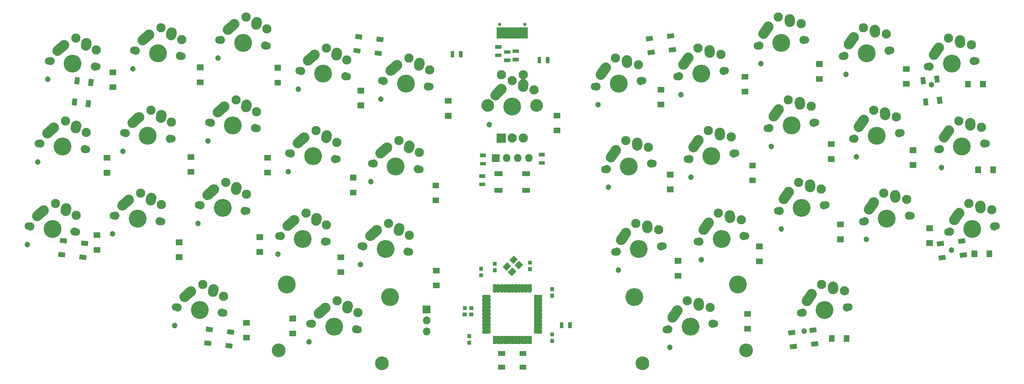
<source format=gbr>
G04 #@! TF.GenerationSoftware,KiCad,Pcbnew,(5.1.10-1-10_14)*
G04 #@! TF.CreationDate,2021-09-21T06:26:05-05:00*
G04 #@! TF.ProjectId,LeChiffre,4c654368-6966-4667-9265-2e6b69636164,rev?*
G04 #@! TF.SameCoordinates,Original*
G04 #@! TF.FileFunction,Soldermask,Bot*
G04 #@! TF.FilePolarity,Negative*
%FSLAX46Y46*%
G04 Gerber Fmt 4.6, Leading zero omitted, Abs format (unit mm)*
G04 Created by KiCad (PCBNEW (5.1.10-1-10_14)) date 2021-09-21 06:26:05*
%MOMM*%
%LPD*%
G01*
G04 APERTURE LIST*
%ADD10C,2.102000*%
%ADD11C,2.902000*%
%ADD12C,1.302000*%
%ADD13C,1.802000*%
%ADD14C,1.852000*%
%ADD15C,2.352000*%
%ADD16C,4.089800*%
%ADD17O,1.802000X1.802000*%
%ADD18C,3.150000*%
%ADD19C,0.752000*%
%ADD20C,0.100000*%
G04 APERTURE END LIST*
G36*
G01*
X136565000Y-68491000D02*
X134565000Y-68491000D01*
G75*
G02*
X134514000Y-68440000I0J51000D01*
G01*
X134514000Y-66440000D01*
G75*
G02*
X134565000Y-66389000I51000J0D01*
G01*
X136565000Y-66389000D01*
G75*
G02*
X136616000Y-66440000I0J-51000D01*
G01*
X136616000Y-68440000D01*
G75*
G02*
X136565000Y-68491000I-51000J0D01*
G01*
G37*
D10*
X138065000Y-67440000D03*
X140565000Y-67440000D03*
D11*
X132465000Y-59940000D03*
X143665000Y-59940000D03*
D10*
X135565000Y-52940000D03*
X140565000Y-52940000D03*
D12*
X132845000Y-64390000D03*
D13*
X143565000Y-60190000D03*
X132565000Y-60190000D03*
D10*
X138065000Y-54290000D03*
X143065000Y-56390000D03*
D14*
X143145000Y-60190000D03*
X132985000Y-60190000D03*
D15*
X135565000Y-56190000D03*
D16*
X138065000Y-60190000D03*
G36*
G01*
X133469629Y-58525310D02*
X133469629Y-58525310D01*
G75*
G02*
X133379690Y-56864629I785371J875310D01*
G01*
X134689680Y-55404621D01*
G75*
G02*
X136350361Y-55314682I875310J-785371D01*
G01*
X136350361Y-55314682D01*
G75*
G02*
X136440300Y-56975363I-785371J-875310D01*
G01*
X135130310Y-58435371D01*
G75*
G02*
X133469629Y-58525310I-875310J785371D01*
G01*
G37*
D15*
X140605000Y-55110000D03*
G36*
G01*
X140485014Y-56863277D02*
X140485014Y-56863277D01*
G75*
G02*
X139391723Y-55610014I79986J1173277D01*
G01*
X139431265Y-55029982D01*
G75*
G02*
X140684528Y-53936691I1173277J-79986D01*
G01*
X140684528Y-53936691D01*
G75*
G02*
X141777819Y-55189954I-79986J-1173277D01*
G01*
X141738277Y-55769986D01*
G75*
G02*
X140485014Y-56863277I-1173277J79986D01*
G01*
G37*
G36*
G01*
X134814000Y-120390000D02*
X134814000Y-119390000D01*
G75*
G02*
X134865000Y-119339000I51000J0D01*
G01*
X136365000Y-119339000D01*
G75*
G02*
X136416000Y-119390000I0J-51000D01*
G01*
X136416000Y-120390000D01*
G75*
G02*
X136365000Y-120441000I-51000J0D01*
G01*
X134865000Y-120441000D01*
G75*
G02*
X134814000Y-120390000I0J51000D01*
G01*
G37*
G36*
G01*
X134814000Y-117190000D02*
X134814000Y-116190000D01*
G75*
G02*
X134865000Y-116139000I51000J0D01*
G01*
X136365000Y-116139000D01*
G75*
G02*
X136416000Y-116190000I0J-51000D01*
G01*
X136416000Y-117190000D01*
G75*
G02*
X136365000Y-117241000I-51000J0D01*
G01*
X134865000Y-117241000D01*
G75*
G02*
X134814000Y-117190000I0J51000D01*
G01*
G37*
G36*
G01*
X139714000Y-120390000D02*
X139714000Y-119390000D01*
G75*
G02*
X139765000Y-119339000I51000J0D01*
G01*
X141265000Y-119339000D01*
G75*
G02*
X141316000Y-119390000I0J-51000D01*
G01*
X141316000Y-120390000D01*
G75*
G02*
X141265000Y-120441000I-51000J0D01*
G01*
X139765000Y-120441000D01*
G75*
G02*
X139714000Y-120390000I0J51000D01*
G01*
G37*
G36*
G01*
X139714000Y-117190000D02*
X139714000Y-116190000D01*
G75*
G02*
X139765000Y-116139000I51000J0D01*
G01*
X141265000Y-116139000D01*
G75*
G02*
X141316000Y-116190000I0J-51000D01*
G01*
X141316000Y-117190000D01*
G75*
G02*
X141265000Y-117241000I-51000J0D01*
G01*
X139765000Y-117241000D01*
G75*
G02*
X139714000Y-117190000I0J51000D01*
G01*
G37*
G36*
G01*
X201669158Y-115730544D02*
X201547289Y-114737998D01*
G75*
G02*
X201591694Y-114681163I50620J6215D01*
G01*
X203080513Y-114498359D01*
G75*
G02*
X203137348Y-114542764I6215J-50620D01*
G01*
X203259217Y-115535310D01*
G75*
G02*
X203214812Y-115592145I-50620J-6215D01*
G01*
X201725993Y-115774949D01*
G75*
G02*
X201669158Y-115730544I-6215J50620D01*
G01*
G37*
G36*
G01*
X201279176Y-112554396D02*
X201157307Y-111561850D01*
G75*
G02*
X201201712Y-111505015I50620J6215D01*
G01*
X202690531Y-111322211D01*
G75*
G02*
X202747366Y-111366616I6215J-50620D01*
G01*
X202869235Y-112359162D01*
G75*
G02*
X202824830Y-112415997I-50620J-6215D01*
G01*
X201336011Y-112598801D01*
G75*
G02*
X201279176Y-112554396I-6215J50620D01*
G01*
G37*
G36*
G01*
X206532634Y-115133384D02*
X206410765Y-114140838D01*
G75*
G02*
X206455170Y-114084003I50620J6215D01*
G01*
X207943989Y-113901199D01*
G75*
G02*
X208000824Y-113945604I6215J-50620D01*
G01*
X208122693Y-114938150D01*
G75*
G02*
X208078288Y-114994985I-50620J-6215D01*
G01*
X206589469Y-115177789D01*
G75*
G02*
X206532634Y-115133384I-6215J50620D01*
G01*
G37*
G36*
G01*
X206142652Y-111957236D02*
X206020783Y-110964690D01*
G75*
G02*
X206065188Y-110907855I50620J6215D01*
G01*
X207554007Y-110725051D01*
G75*
G02*
X207610842Y-110769456I6215J-50620D01*
G01*
X207732711Y-111762002D01*
G75*
G02*
X207688306Y-111818837I-50620J-6215D01*
G01*
X206199487Y-112001641D01*
G75*
G02*
X206142652Y-111957236I-6215J50620D01*
G01*
G37*
G36*
G01*
X241630842Y-90409456D02*
X241752711Y-91402002D01*
G75*
G02*
X241708306Y-91458837I-50620J-6215D01*
G01*
X240219487Y-91641641D01*
G75*
G02*
X240162652Y-91597236I-6215J50620D01*
G01*
X240040783Y-90604690D01*
G75*
G02*
X240085188Y-90547855I50620J6215D01*
G01*
X241574007Y-90365051D01*
G75*
G02*
X241630842Y-90409456I6215J-50620D01*
G01*
G37*
G36*
G01*
X242020824Y-93585604D02*
X242142693Y-94578150D01*
G75*
G02*
X242098288Y-94634985I-50620J-6215D01*
G01*
X240609469Y-94817789D01*
G75*
G02*
X240552634Y-94773384I-6215J50620D01*
G01*
X240430765Y-93780838D01*
G75*
G02*
X240475170Y-93724003I50620J6215D01*
G01*
X241963989Y-93541199D01*
G75*
G02*
X242020824Y-93585604I6215J-50620D01*
G01*
G37*
G36*
G01*
X236767366Y-91006616D02*
X236889235Y-91999162D01*
G75*
G02*
X236844830Y-92055997I-50620J-6215D01*
G01*
X235356011Y-92238801D01*
G75*
G02*
X235299176Y-92194396I-6215J50620D01*
G01*
X235177307Y-91201850D01*
G75*
G02*
X235221712Y-91145015I50620J6215D01*
G01*
X236710531Y-90962211D01*
G75*
G02*
X236767366Y-91006616I6215J-50620D01*
G01*
G37*
G36*
G01*
X237157348Y-94182764D02*
X237279217Y-95175310D01*
G75*
G02*
X237234812Y-95232145I-50620J-6215D01*
G01*
X235745993Y-95414949D01*
G75*
G02*
X235689158Y-95370544I-6215J50620D01*
G01*
X235567289Y-94377998D01*
G75*
G02*
X235611694Y-94321163I50620J6215D01*
G01*
X237100513Y-94138359D01*
G75*
G02*
X237157348Y-94182764I6215J-50620D01*
G01*
G37*
G36*
G01*
X236440544Y-59510842D02*
X235447998Y-59632711D01*
G75*
G02*
X235391163Y-59588306I-6215J50620D01*
G01*
X235208359Y-58099487D01*
G75*
G02*
X235252764Y-58042652I50620J6215D01*
G01*
X236245310Y-57920783D01*
G75*
G02*
X236302145Y-57965188I6215J-50620D01*
G01*
X236484949Y-59454007D01*
G75*
G02*
X236440544Y-59510842I-50620J-6215D01*
G01*
G37*
G36*
G01*
X233264396Y-59900824D02*
X232271850Y-60022693D01*
G75*
G02*
X232215015Y-59978288I-6215J50620D01*
G01*
X232032211Y-58489469D01*
G75*
G02*
X232076616Y-58432634I50620J6215D01*
G01*
X233069162Y-58310765D01*
G75*
G02*
X233125997Y-58355170I6215J-50620D01*
G01*
X233308801Y-59843989D01*
G75*
G02*
X233264396Y-59900824I-50620J-6215D01*
G01*
G37*
G36*
G01*
X235843384Y-54647366D02*
X234850838Y-54769235D01*
G75*
G02*
X234794003Y-54724830I-6215J50620D01*
G01*
X234611199Y-53236011D01*
G75*
G02*
X234655604Y-53179176I50620J6215D01*
G01*
X235648150Y-53057307D01*
G75*
G02*
X235704985Y-53101712I6215J-50620D01*
G01*
X235887789Y-54590531D01*
G75*
G02*
X235843384Y-54647366I-50620J-6215D01*
G01*
G37*
G36*
G01*
X232667236Y-55037348D02*
X231674690Y-55159217D01*
G75*
G02*
X231617855Y-55114812I-6215J50620D01*
G01*
X231435051Y-53625993D01*
G75*
G02*
X231479456Y-53569158I50620J6215D01*
G01*
X232472002Y-53447289D01*
G75*
G02*
X232528837Y-53491694I6215J-50620D01*
G01*
X232711641Y-54980513D01*
G75*
G02*
X232667236Y-55037348I-50620J-6215D01*
G01*
G37*
G36*
G01*
X175050842Y-43449456D02*
X175172711Y-44442002D01*
G75*
G02*
X175128306Y-44498837I-50620J-6215D01*
G01*
X173639487Y-44681641D01*
G75*
G02*
X173582652Y-44637236I-6215J50620D01*
G01*
X173460783Y-43644690D01*
G75*
G02*
X173505188Y-43587855I50620J6215D01*
G01*
X174994007Y-43405051D01*
G75*
G02*
X175050842Y-43449456I6215J-50620D01*
G01*
G37*
G36*
G01*
X175440824Y-46625604D02*
X175562693Y-47618150D01*
G75*
G02*
X175518288Y-47674985I-50620J-6215D01*
G01*
X174029469Y-47857789D01*
G75*
G02*
X173972634Y-47813384I-6215J50620D01*
G01*
X173850765Y-46820838D01*
G75*
G02*
X173895170Y-46764003I50620J6215D01*
G01*
X175383989Y-46581199D01*
G75*
G02*
X175440824Y-46625604I6215J-50620D01*
G01*
G37*
G36*
G01*
X170187366Y-44046616D02*
X170309235Y-45039162D01*
G75*
G02*
X170264830Y-45095997I-50620J-6215D01*
G01*
X168776011Y-45278801D01*
G75*
G02*
X168719176Y-45234396I-6215J50620D01*
G01*
X168597307Y-44241850D01*
G75*
G02*
X168641712Y-44185015I50620J6215D01*
G01*
X170130531Y-44002211D01*
G75*
G02*
X170187366Y-44046616I6215J-50620D01*
G01*
G37*
G36*
G01*
X170577348Y-47222764D02*
X170699217Y-48215310D01*
G75*
G02*
X170654812Y-48272145I-50620J-6215D01*
G01*
X169165993Y-48454949D01*
G75*
G02*
X169109158Y-48410544I-6215J50620D01*
G01*
X168987289Y-47417998D01*
G75*
G02*
X169031694Y-47361163I50620J6215D01*
G01*
X170520513Y-47178359D01*
G75*
G02*
X170577348Y-47222764I6215J-50620D01*
G01*
G37*
G36*
G01*
X108662693Y-44441850D02*
X108540824Y-45434396D01*
G75*
G02*
X108483989Y-45478801I-50620J6215D01*
G01*
X106995170Y-45295997D01*
G75*
G02*
X106950765Y-45239162I6215J50620D01*
G01*
X107072634Y-44246616D01*
G75*
G02*
X107129469Y-44202211I50620J-6215D01*
G01*
X108618288Y-44385015D01*
G75*
G02*
X108662693Y-44441850I-6215J-50620D01*
G01*
G37*
G36*
G01*
X108272711Y-47617998D02*
X108150842Y-48610544D01*
G75*
G02*
X108094007Y-48654949I-50620J6215D01*
G01*
X106605188Y-48472145D01*
G75*
G02*
X106560783Y-48415310I6215J50620D01*
G01*
X106682652Y-47422764D01*
G75*
G02*
X106739487Y-47378359I50620J-6215D01*
G01*
X108228306Y-47561163D01*
G75*
G02*
X108272711Y-47617998I-6215J-50620D01*
G01*
G37*
G36*
G01*
X103799217Y-43844690D02*
X103677348Y-44837236D01*
G75*
G02*
X103620513Y-44881641I-50620J6215D01*
G01*
X102131694Y-44698837D01*
G75*
G02*
X102087289Y-44642002I6215J50620D01*
G01*
X102209158Y-43649456D01*
G75*
G02*
X102265993Y-43605051I50620J-6215D01*
G01*
X103754812Y-43787855D01*
G75*
G02*
X103799217Y-43844690I-6215J-50620D01*
G01*
G37*
G36*
G01*
X103409235Y-47020838D02*
X103287366Y-48013384D01*
G75*
G02*
X103230531Y-48057789I-50620J6215D01*
G01*
X101741712Y-47874985D01*
G75*
G02*
X101697307Y-47818150I6215J50620D01*
G01*
X101819176Y-46825604D01*
G75*
G02*
X101876011Y-46781199I50620J-6215D01*
G01*
X103364830Y-46964003D01*
G75*
G02*
X103409235Y-47020838I-6215J-50620D01*
G01*
G37*
G36*
G01*
X38111850Y-53447307D02*
X39104396Y-53569176D01*
G75*
G02*
X39148801Y-53626011I-6215J-50620D01*
G01*
X38965997Y-55114830D01*
G75*
G02*
X38909162Y-55159235I-50620J6215D01*
G01*
X37916616Y-55037366D01*
G75*
G02*
X37872211Y-54980531I6215J50620D01*
G01*
X38055015Y-53491712D01*
G75*
G02*
X38111850Y-53447307I50620J-6215D01*
G01*
G37*
G36*
G01*
X41287998Y-53837289D02*
X42280544Y-53959158D01*
G75*
G02*
X42324949Y-54015993I-6215J-50620D01*
G01*
X42142145Y-55504812D01*
G75*
G02*
X42085310Y-55549217I-50620J6215D01*
G01*
X41092764Y-55427348D01*
G75*
G02*
X41048359Y-55370513I6215J50620D01*
G01*
X41231163Y-53881694D01*
G75*
G02*
X41287998Y-53837289I50620J-6215D01*
G01*
G37*
G36*
G01*
X37514690Y-58310783D02*
X38507236Y-58432652D01*
G75*
G02*
X38551641Y-58489487I-6215J-50620D01*
G01*
X38368837Y-59978306D01*
G75*
G02*
X38312002Y-60022711I-50620J6215D01*
G01*
X37319456Y-59900842D01*
G75*
G02*
X37275051Y-59844007I6215J50620D01*
G01*
X37457855Y-58355188D01*
G75*
G02*
X37514690Y-58310783I50620J-6215D01*
G01*
G37*
G36*
G01*
X40690838Y-58700765D02*
X41683384Y-58822634D01*
G75*
G02*
X41727789Y-58879469I-6215J-50620D01*
G01*
X41544985Y-60368288D01*
G75*
G02*
X41488150Y-60412693I-50620J6215D01*
G01*
X40495604Y-60290824D01*
G75*
G02*
X40451199Y-60233989I6215J50620D01*
G01*
X40634003Y-58745170D01*
G75*
G02*
X40690838Y-58700765I50620J-6215D01*
G01*
G37*
G36*
G01*
X34137307Y-94498150D02*
X34259176Y-93505604D01*
G75*
G02*
X34316011Y-93461199I50620J-6215D01*
G01*
X35804830Y-93644003D01*
G75*
G02*
X35849235Y-93700838I-6215J-50620D01*
G01*
X35727366Y-94693384D01*
G75*
G02*
X35670531Y-94737789I-50620J6215D01*
G01*
X34181712Y-94554985D01*
G75*
G02*
X34137307Y-94498150I6215J50620D01*
G01*
G37*
G36*
G01*
X34527289Y-91322002D02*
X34649158Y-90329456D01*
G75*
G02*
X34705993Y-90285051I50620J-6215D01*
G01*
X36194812Y-90467855D01*
G75*
G02*
X36239217Y-90524690I-6215J-50620D01*
G01*
X36117348Y-91517236D01*
G75*
G02*
X36060513Y-91561641I-50620J6215D01*
G01*
X34571694Y-91378837D01*
G75*
G02*
X34527289Y-91322002I6215J50620D01*
G01*
G37*
G36*
G01*
X39000783Y-95095310D02*
X39122652Y-94102764D01*
G75*
G02*
X39179487Y-94058359I50620J-6215D01*
G01*
X40668306Y-94241163D01*
G75*
G02*
X40712711Y-94297998I-6215J-50620D01*
G01*
X40590842Y-95290544D01*
G75*
G02*
X40534007Y-95334949I-50620J6215D01*
G01*
X39045188Y-95152145D01*
G75*
G02*
X39000783Y-95095310I6215J50620D01*
G01*
G37*
G36*
G01*
X39390765Y-91919162D02*
X39512634Y-90926616D01*
G75*
G02*
X39569469Y-90882211I50620J-6215D01*
G01*
X41058288Y-91065015D01*
G75*
G02*
X41102693Y-91121850I-6215J-50620D01*
G01*
X40980824Y-92114396D01*
G75*
G02*
X40923989Y-92158801I-50620J6215D01*
G01*
X39435170Y-91975997D01*
G75*
G02*
X39390765Y-91919162I6215J50620D01*
G01*
G37*
G36*
G01*
X67537307Y-114778150D02*
X67659176Y-113785604D01*
G75*
G02*
X67716011Y-113741199I50620J-6215D01*
G01*
X69204830Y-113924003D01*
G75*
G02*
X69249235Y-113980838I-6215J-50620D01*
G01*
X69127366Y-114973384D01*
G75*
G02*
X69070531Y-115017789I-50620J6215D01*
G01*
X67581712Y-114834985D01*
G75*
G02*
X67537307Y-114778150I6215J50620D01*
G01*
G37*
G36*
G01*
X67927289Y-111602002D02*
X68049158Y-110609456D01*
G75*
G02*
X68105993Y-110565051I50620J-6215D01*
G01*
X69594812Y-110747855D01*
G75*
G02*
X69639217Y-110804690I-6215J-50620D01*
G01*
X69517348Y-111797236D01*
G75*
G02*
X69460513Y-111841641I-50620J6215D01*
G01*
X67971694Y-111658837D01*
G75*
G02*
X67927289Y-111602002I6215J50620D01*
G01*
G37*
G36*
G01*
X72400783Y-115375310D02*
X72522652Y-114382764D01*
G75*
G02*
X72579487Y-114338359I50620J-6215D01*
G01*
X74068306Y-114521163D01*
G75*
G02*
X74112711Y-114577998I-6215J-50620D01*
G01*
X73990842Y-115570544D01*
G75*
G02*
X73934007Y-115614949I-50620J6215D01*
G01*
X72445188Y-115432145D01*
G75*
G02*
X72400783Y-115375310I6215J50620D01*
G01*
G37*
G36*
G01*
X72790765Y-112199162D02*
X72912634Y-111206616D01*
G75*
G02*
X72969469Y-111162211I50620J-6215D01*
G01*
X74458288Y-111345015D01*
G75*
G02*
X74502693Y-111401850I-6215J-50620D01*
G01*
X74380824Y-112394396D01*
G75*
G02*
X74323989Y-112438801I-50620J6215D01*
G01*
X72835170Y-112255997D01*
G75*
G02*
X72790765Y-112199162I6215J50620D01*
G01*
G37*
G36*
G01*
X145490001Y-73511000D02*
X144189999Y-73511000D01*
G75*
G02*
X144139000Y-73460001I0J50999D01*
G01*
X144139000Y-72759999D01*
G75*
G02*
X144189999Y-72709000I50999J0D01*
G01*
X145490001Y-72709000D01*
G75*
G02*
X145541000Y-72759999I0J-50999D01*
G01*
X145541000Y-73460001D01*
G75*
G02*
X145490001Y-73511000I-50999J0D01*
G01*
G37*
G36*
G01*
X145490001Y-71611000D02*
X144189999Y-71611000D01*
G75*
G02*
X144139000Y-71560001I0J50999D01*
G01*
X144139000Y-70859999D01*
G75*
G02*
X144189999Y-70809000I50999J0D01*
G01*
X145490001Y-70809000D01*
G75*
G02*
X145541000Y-70859999I0J-50999D01*
G01*
X145541000Y-71560001D01*
G75*
G02*
X145490001Y-71611000I-50999J0D01*
G01*
G37*
G36*
G01*
X130709999Y-70989000D02*
X132010001Y-70989000D01*
G75*
G02*
X132061000Y-71039999I0J-50999D01*
G01*
X132061000Y-71740001D01*
G75*
G02*
X132010001Y-71791000I-50999J0D01*
G01*
X130709999Y-71791000D01*
G75*
G02*
X130659000Y-71740001I0J50999D01*
G01*
X130659000Y-71039999D01*
G75*
G02*
X130709999Y-70989000I50999J0D01*
G01*
G37*
G36*
G01*
X130709999Y-72889000D02*
X132010001Y-72889000D01*
G75*
G02*
X132061000Y-72939999I0J-50999D01*
G01*
X132061000Y-73640001D01*
G75*
G02*
X132010001Y-73691000I-50999J0D01*
G01*
X130709999Y-73691000D01*
G75*
G02*
X130659000Y-73640001I0J50999D01*
G01*
X130659000Y-72939999D01*
G75*
G02*
X130709999Y-72889000I50999J0D01*
G01*
G37*
D12*
X157742537Y-59793318D03*
D13*
X167870781Y-54318185D03*
X156952773Y-55658747D03*
D10*
X161692748Y-49132444D03*
X166911404Y-50607444D03*
D14*
X167453911Y-54369370D03*
X157369643Y-55607562D03*
D15*
X159442934Y-51322955D03*
D16*
X162411777Y-54988466D03*
G36*
G01*
X157647784Y-53896220D02*
X157647784Y-53896220D01*
G75*
G02*
X157356129Y-52258877I672844J964499D01*
G01*
X158478425Y-50650103D01*
G75*
G02*
X160115768Y-50358448I964499J-672844D01*
G01*
X160115768Y-50358448D01*
G75*
G02*
X160407423Y-51995791I-672844J-964499D01*
G01*
X159285127Y-53604565D01*
G75*
G02*
X157647784Y-53896220I-964499J672844D01*
G01*
G37*
D15*
X164313748Y-49636783D03*
G36*
G01*
X164408327Y-51391614D02*
X164408327Y-51391614D01*
G75*
G02*
X163170451Y-50280932I-63597J1174279D01*
G01*
X163139011Y-49700404D01*
G75*
G02*
X164249693Y-48462528I1174279J63597D01*
G01*
X164249693Y-48462528D01*
G75*
G02*
X165487569Y-49573210I63597J-1174279D01*
G01*
X165519009Y-50153738D01*
G75*
G02*
X164408327Y-51391614I-1174279J-63597D01*
G01*
G37*
D17*
X118470000Y-111720000D03*
X118470000Y-109180000D03*
G36*
G01*
X117569000Y-107490000D02*
X117569000Y-105790000D01*
G75*
G02*
X117620000Y-105739000I51000J0D01*
G01*
X119320000Y-105739000D01*
G75*
G02*
X119371000Y-105790000I0J-51000D01*
G01*
X119371000Y-107490000D01*
G75*
G02*
X119320000Y-107541000I-51000J0D01*
G01*
X117620000Y-107541000D01*
G75*
G02*
X117569000Y-107490000I0J51000D01*
G01*
G37*
D18*
X167832853Y-118939484D03*
D16*
X165975565Y-103813081D03*
D18*
X191530885Y-116029732D03*
D16*
X189673597Y-100903328D03*
D12*
X174161372Y-115356525D03*
D13*
X184289616Y-109881392D03*
X173371608Y-111221954D03*
D10*
X178111583Y-104695651D03*
X183330239Y-106170651D03*
D14*
X183872746Y-109932577D03*
X173788478Y-111170769D03*
D15*
X175861769Y-106886162D03*
D16*
X178830612Y-110551673D03*
G36*
G01*
X174066619Y-109459427D02*
X174066619Y-109459427D01*
G75*
G02*
X173774964Y-107822084I672844J964499D01*
G01*
X174897260Y-106213310D01*
G75*
G02*
X176534603Y-105921655I964499J-672844D01*
G01*
X176534603Y-105921655D01*
G75*
G02*
X176826258Y-107558998I-672844J-964499D01*
G01*
X175703962Y-109167772D01*
G75*
G02*
X174066619Y-109459427I-964499J672844D01*
G01*
G37*
D15*
X180732583Y-105199990D03*
G36*
G01*
X180827162Y-106954821D02*
X180827162Y-106954821D01*
G75*
G02*
X179589286Y-105844139I-63597J1174279D01*
G01*
X179557846Y-105263611D01*
G75*
G02*
X180668528Y-104025735I1174279J63597D01*
G01*
X180668528Y-104025735D01*
G75*
G02*
X181906404Y-105136417I63597J-1174279D01*
G01*
X181937844Y-105716945D01*
G75*
G02*
X180827162Y-106954821I-1174279J-63597D01*
G01*
G37*
D18*
X84599115Y-116029732D03*
D16*
X86456403Y-100903328D03*
D18*
X108297147Y-118939484D03*
D16*
X110154435Y-103813081D03*
D12*
X91606446Y-114084209D03*
D13*
X102758392Y-111221954D03*
X91840384Y-109881392D03*
D10*
X98018417Y-104695651D03*
X102725222Y-107389344D03*
D14*
X102341522Y-111170769D03*
X92257254Y-109932577D03*
D15*
X95305500Y-106276815D03*
D16*
X97299388Y-110551673D03*
G36*
G01*
X92941144Y-108339357D02*
X92941144Y-108339357D01*
G75*
G02*
X93054262Y-106680093I886191J773073D01*
G01*
X94532418Y-105390615D01*
G75*
G02*
X96191682Y-105503733I773073J-886191D01*
G01*
X96191682Y-105503733D01*
G75*
G02*
X96078564Y-107162997I-886191J-773073D01*
G01*
X94600408Y-108452475D01*
G75*
G02*
X92941144Y-108339357I-773073J886191D01*
G01*
G37*
D15*
X100439551Y-105819087D03*
G36*
G01*
X100106789Y-107544672D02*
X100106789Y-107544672D01*
G75*
G02*
X99174382Y-106167513I222376J1154783D01*
G01*
X99284318Y-105596623D01*
G75*
G02*
X100661477Y-104664216I1154783J-222376D01*
G01*
X100661477Y-104664216D01*
G75*
G02*
X101593884Y-106041375I-222376J-1154783D01*
G01*
X101483948Y-106612265D01*
G75*
G02*
X100106789Y-107544672I-1154783J222376D01*
G01*
G37*
D17*
X141885000Y-72000000D03*
X139345000Y-72000000D03*
X136805000Y-72000000D03*
G36*
G01*
X135115000Y-72901000D02*
X133415000Y-72901000D01*
G75*
G02*
X133364000Y-72850000I0J51000D01*
G01*
X133364000Y-71150000D01*
G75*
G02*
X133415000Y-71099000I51000J0D01*
G01*
X135115000Y-71099000D01*
G75*
G02*
X135166000Y-71150000I0J-51000D01*
G01*
X135166000Y-72850000D01*
G75*
G02*
X135115000Y-72901000I-51000J0D01*
G01*
G37*
G36*
G01*
X147589999Y-61609000D02*
X148990001Y-61609000D01*
G75*
G02*
X149041000Y-61659999I0J-50999D01*
G01*
X149041000Y-62860001D01*
G75*
G02*
X148990001Y-62911000I-50999J0D01*
G01*
X147589999Y-62911000D01*
G75*
G02*
X147539000Y-62860001I0J50999D01*
G01*
X147539000Y-61659999D01*
G75*
G02*
X147589999Y-61609000I50999J0D01*
G01*
G37*
G36*
G01*
X147589999Y-65009000D02*
X148990001Y-65009000D01*
G75*
G02*
X149041000Y-65059999I0J-50999D01*
G01*
X149041000Y-66260001D01*
G75*
G02*
X148990001Y-66311000I-50999J0D01*
G01*
X147589999Y-66311000D01*
G75*
G02*
X147539000Y-66260001I0J50999D01*
G01*
X147539000Y-65059999D01*
G75*
G02*
X147589999Y-65009000I50999J0D01*
G01*
G37*
G36*
G01*
X247861000Y-93219999D02*
X247861000Y-94620001D01*
G75*
G02*
X247810001Y-94671000I-50999J0D01*
G01*
X246609999Y-94671000D01*
G75*
G02*
X246559000Y-94620001I0J50999D01*
G01*
X246559000Y-93219999D01*
G75*
G02*
X246609999Y-93169000I50999J0D01*
G01*
X247810001Y-93169000D01*
G75*
G02*
X247861000Y-93219999I0J-50999D01*
G01*
G37*
G36*
G01*
X244461000Y-93219999D02*
X244461000Y-94620001D01*
G75*
G02*
X244410001Y-94671000I-50999J0D01*
G01*
X243209999Y-94671000D01*
G75*
G02*
X243159000Y-94620001I0J50999D01*
G01*
X243159000Y-93219999D01*
G75*
G02*
X243209999Y-93169000I50999J0D01*
G01*
X244410001Y-93169000D01*
G75*
G02*
X244461000Y-93219999I0J-50999D01*
G01*
G37*
G36*
G01*
X248711000Y-73989999D02*
X248711000Y-75390001D01*
G75*
G02*
X248660001Y-75441000I-50999J0D01*
G01*
X247459999Y-75441000D01*
G75*
G02*
X247409000Y-75390001I0J50999D01*
G01*
X247409000Y-73989999D01*
G75*
G02*
X247459999Y-73939000I50999J0D01*
G01*
X248660001Y-73939000D01*
G75*
G02*
X248711000Y-73989999I0J-50999D01*
G01*
G37*
G36*
G01*
X245311000Y-73989999D02*
X245311000Y-75390001D01*
G75*
G02*
X245260001Y-75441000I-50999J0D01*
G01*
X244059999Y-75441000D01*
G75*
G02*
X244009000Y-75390001I0J50999D01*
G01*
X244009000Y-73989999D01*
G75*
G02*
X244059999Y-73939000I50999J0D01*
G01*
X245260001Y-73939000D01*
G75*
G02*
X245311000Y-73989999I0J-50999D01*
G01*
G37*
G36*
G01*
X246401000Y-54389999D02*
X246401000Y-55790001D01*
G75*
G02*
X246350001Y-55841000I-50999J0D01*
G01*
X245149999Y-55841000D01*
G75*
G02*
X245099000Y-55790001I0J50999D01*
G01*
X245099000Y-54389999D01*
G75*
G02*
X245149999Y-54339000I50999J0D01*
G01*
X246350001Y-54339000D01*
G75*
G02*
X246401000Y-54389999I0J-50999D01*
G01*
G37*
G36*
G01*
X243001000Y-54389999D02*
X243001000Y-55790001D01*
G75*
G02*
X242950001Y-55841000I-50999J0D01*
G01*
X241749999Y-55841000D01*
G75*
G02*
X241699000Y-55790001I0J50999D01*
G01*
X241699000Y-54389999D01*
G75*
G02*
X241749999Y-54339000I50999J0D01*
G01*
X242950001Y-54339000D01*
G75*
G02*
X243001000Y-54389999I0J-50999D01*
G01*
G37*
G36*
G01*
X232859999Y-87409000D02*
X234260001Y-87409000D01*
G75*
G02*
X234311000Y-87459999I0J-50999D01*
G01*
X234311000Y-88660001D01*
G75*
G02*
X234260001Y-88711000I-50999J0D01*
G01*
X232859999Y-88711000D01*
G75*
G02*
X232809000Y-88660001I0J50999D01*
G01*
X232809000Y-87459999D01*
G75*
G02*
X232859999Y-87409000I50999J0D01*
G01*
G37*
G36*
G01*
X232859999Y-90809000D02*
X234260001Y-90809000D01*
G75*
G02*
X234311000Y-90859999I0J-50999D01*
G01*
X234311000Y-92060001D01*
G75*
G02*
X234260001Y-92111000I-50999J0D01*
G01*
X232859999Y-92111000D01*
G75*
G02*
X232809000Y-92060001I0J50999D01*
G01*
X232809000Y-90859999D01*
G75*
G02*
X232859999Y-90809000I50999J0D01*
G01*
G37*
G36*
G01*
X229059999Y-69549000D02*
X230460001Y-69549000D01*
G75*
G02*
X230511000Y-69599999I0J-50999D01*
G01*
X230511000Y-70800001D01*
G75*
G02*
X230460001Y-70851000I-50999J0D01*
G01*
X229059999Y-70851000D01*
G75*
G02*
X229009000Y-70800001I0J50999D01*
G01*
X229009000Y-69599999D01*
G75*
G02*
X229059999Y-69549000I50999J0D01*
G01*
G37*
G36*
G01*
X229059999Y-72949000D02*
X230460001Y-72949000D01*
G75*
G02*
X230511000Y-72999999I0J-50999D01*
G01*
X230511000Y-74200001D01*
G75*
G02*
X230460001Y-74251000I-50999J0D01*
G01*
X229059999Y-74251000D01*
G75*
G02*
X229009000Y-74200001I0J50999D01*
G01*
X229009000Y-72999999D01*
G75*
G02*
X229059999Y-72949000I50999J0D01*
G01*
G37*
G36*
G01*
X227509999Y-50969000D02*
X228910001Y-50969000D01*
G75*
G02*
X228961000Y-51019999I0J-50999D01*
G01*
X228961000Y-52220001D01*
G75*
G02*
X228910001Y-52271000I-50999J0D01*
G01*
X227509999Y-52271000D01*
G75*
G02*
X227459000Y-52220001I0J50999D01*
G01*
X227459000Y-51019999D01*
G75*
G02*
X227509999Y-50969000I50999J0D01*
G01*
G37*
G36*
G01*
X227509999Y-54369000D02*
X228910001Y-54369000D01*
G75*
G02*
X228961000Y-54419999I0J-50999D01*
G01*
X228961000Y-55620001D01*
G75*
G02*
X228910001Y-55671000I-50999J0D01*
G01*
X227509999Y-55671000D01*
G75*
G02*
X227459000Y-55620001I0J50999D01*
G01*
X227459000Y-54419999D01*
G75*
G02*
X227509999Y-54369000I50999J0D01*
G01*
G37*
G36*
G01*
X212459999Y-86539000D02*
X213860001Y-86539000D01*
G75*
G02*
X213911000Y-86589999I0J-50999D01*
G01*
X213911000Y-87790001D01*
G75*
G02*
X213860001Y-87841000I-50999J0D01*
G01*
X212459999Y-87841000D01*
G75*
G02*
X212409000Y-87790001I0J50999D01*
G01*
X212409000Y-86589999D01*
G75*
G02*
X212459999Y-86539000I50999J0D01*
G01*
G37*
G36*
G01*
X212459999Y-89939000D02*
X213860001Y-89939000D01*
G75*
G02*
X213911000Y-89989999I0J-50999D01*
G01*
X213911000Y-91190001D01*
G75*
G02*
X213860001Y-91241000I-50999J0D01*
G01*
X212459999Y-91241000D01*
G75*
G02*
X212409000Y-91190001I0J50999D01*
G01*
X212409000Y-89989999D01*
G75*
G02*
X212459999Y-89939000I50999J0D01*
G01*
G37*
G36*
G01*
X210359999Y-68169000D02*
X211760001Y-68169000D01*
G75*
G02*
X211811000Y-68219999I0J-50999D01*
G01*
X211811000Y-69420001D01*
G75*
G02*
X211760001Y-69471000I-50999J0D01*
G01*
X210359999Y-69471000D01*
G75*
G02*
X210309000Y-69420001I0J50999D01*
G01*
X210309000Y-68219999D01*
G75*
G02*
X210359999Y-68169000I50999J0D01*
G01*
G37*
G36*
G01*
X210359999Y-71569000D02*
X211760001Y-71569000D01*
G75*
G02*
X211811000Y-71619999I0J-50999D01*
G01*
X211811000Y-72820001D01*
G75*
G02*
X211760001Y-72871000I-50999J0D01*
G01*
X210359999Y-72871000D01*
G75*
G02*
X210309000Y-72820001I0J50999D01*
G01*
X210309000Y-71619999D01*
G75*
G02*
X210359999Y-71569000I50999J0D01*
G01*
G37*
G36*
G01*
X207619999Y-49829000D02*
X209020001Y-49829000D01*
G75*
G02*
X209071000Y-49879999I0J-50999D01*
G01*
X209071000Y-51080001D01*
G75*
G02*
X209020001Y-51131000I-50999J0D01*
G01*
X207619999Y-51131000D01*
G75*
G02*
X207569000Y-51080001I0J50999D01*
G01*
X207569000Y-49879999D01*
G75*
G02*
X207619999Y-49829000I50999J0D01*
G01*
G37*
G36*
G01*
X207619999Y-53229000D02*
X209020001Y-53229000D01*
G75*
G02*
X209071000Y-53279999I0J-50999D01*
G01*
X209071000Y-54480001D01*
G75*
G02*
X209020001Y-54531000I-50999J0D01*
G01*
X207619999Y-54531000D01*
G75*
G02*
X207569000Y-54480001I0J50999D01*
G01*
X207569000Y-53279999D01*
G75*
G02*
X207619999Y-53229000I50999J0D01*
G01*
G37*
G36*
G01*
X215201000Y-112599999D02*
X215201000Y-114000001D01*
G75*
G02*
X215150001Y-114051000I-50999J0D01*
G01*
X213949999Y-114051000D01*
G75*
G02*
X213899000Y-114000001I0J50999D01*
G01*
X213899000Y-112599999D01*
G75*
G02*
X213949999Y-112549000I50999J0D01*
G01*
X215150001Y-112549000D01*
G75*
G02*
X215201000Y-112599999I0J-50999D01*
G01*
G37*
G36*
G01*
X211801000Y-112599999D02*
X211801000Y-114000001D01*
G75*
G02*
X211750001Y-114051000I-50999J0D01*
G01*
X210549999Y-114051000D01*
G75*
G02*
X210499000Y-114000001I0J50999D01*
G01*
X210499000Y-112599999D01*
G75*
G02*
X210549999Y-112549000I50999J0D01*
G01*
X211750001Y-112549000D01*
G75*
G02*
X211801000Y-112599999I0J-50999D01*
G01*
G37*
G36*
G01*
X193919999Y-91579000D02*
X195320001Y-91579000D01*
G75*
G02*
X195371000Y-91629999I0J-50999D01*
G01*
X195371000Y-92830001D01*
G75*
G02*
X195320001Y-92881000I-50999J0D01*
G01*
X193919999Y-92881000D01*
G75*
G02*
X193869000Y-92830001I0J50999D01*
G01*
X193869000Y-91629999D01*
G75*
G02*
X193919999Y-91579000I50999J0D01*
G01*
G37*
G36*
G01*
X193919999Y-94979000D02*
X195320001Y-94979000D01*
G75*
G02*
X195371000Y-95029999I0J-50999D01*
G01*
X195371000Y-96230001D01*
G75*
G02*
X195320001Y-96281000I-50999J0D01*
G01*
X193919999Y-96281000D01*
G75*
G02*
X193869000Y-96230001I0J50999D01*
G01*
X193869000Y-95029999D01*
G75*
G02*
X193919999Y-94979000I50999J0D01*
G01*
G37*
G36*
G01*
X192359999Y-73059000D02*
X193760001Y-73059000D01*
G75*
G02*
X193811000Y-73109999I0J-50999D01*
G01*
X193811000Y-74310001D01*
G75*
G02*
X193760001Y-74361000I-50999J0D01*
G01*
X192359999Y-74361000D01*
G75*
G02*
X192309000Y-74310001I0J50999D01*
G01*
X192309000Y-73109999D01*
G75*
G02*
X192359999Y-73059000I50999J0D01*
G01*
G37*
G36*
G01*
X192359999Y-76459000D02*
X193760001Y-76459000D01*
G75*
G02*
X193811000Y-76509999I0J-50999D01*
G01*
X193811000Y-77710001D01*
G75*
G02*
X193760001Y-77761000I-50999J0D01*
G01*
X192359999Y-77761000D01*
G75*
G02*
X192309000Y-77710001I0J50999D01*
G01*
X192309000Y-76509999D01*
G75*
G02*
X192359999Y-76459000I50999J0D01*
G01*
G37*
G36*
G01*
X190619999Y-52719000D02*
X192020001Y-52719000D01*
G75*
G02*
X192071000Y-52769999I0J-50999D01*
G01*
X192071000Y-53970001D01*
G75*
G02*
X192020001Y-54021000I-50999J0D01*
G01*
X190619999Y-54021000D01*
G75*
G02*
X190569000Y-53970001I0J50999D01*
G01*
X190569000Y-52769999D01*
G75*
G02*
X190619999Y-52719000I50999J0D01*
G01*
G37*
G36*
G01*
X190619999Y-56119000D02*
X192020001Y-56119000D01*
G75*
G02*
X192071000Y-56169999I0J-50999D01*
G01*
X192071000Y-57370001D01*
G75*
G02*
X192020001Y-57421000I-50999J0D01*
G01*
X190619999Y-57421000D01*
G75*
G02*
X190569000Y-57370001I0J50999D01*
G01*
X190569000Y-56169999D01*
G75*
G02*
X190619999Y-56119000I50999J0D01*
G01*
G37*
G36*
G01*
X191199999Y-106999000D02*
X192600001Y-106999000D01*
G75*
G02*
X192651000Y-107049999I0J-50999D01*
G01*
X192651000Y-108250001D01*
G75*
G02*
X192600001Y-108301000I-50999J0D01*
G01*
X191199999Y-108301000D01*
G75*
G02*
X191149000Y-108250001I0J50999D01*
G01*
X191149000Y-107049999D01*
G75*
G02*
X191199999Y-106999000I50999J0D01*
G01*
G37*
G36*
G01*
X191199999Y-110399000D02*
X192600001Y-110399000D01*
G75*
G02*
X192651000Y-110449999I0J-50999D01*
G01*
X192651000Y-111650001D01*
G75*
G02*
X192600001Y-111701000I-50999J0D01*
G01*
X191199999Y-111701000D01*
G75*
G02*
X191149000Y-111650001I0J50999D01*
G01*
X191149000Y-110449999D01*
G75*
G02*
X191199999Y-110399000I50999J0D01*
G01*
G37*
G36*
G01*
X175279999Y-94869000D02*
X176680001Y-94869000D01*
G75*
G02*
X176731000Y-94919999I0J-50999D01*
G01*
X176731000Y-96120001D01*
G75*
G02*
X176680001Y-96171000I-50999J0D01*
G01*
X175279999Y-96171000D01*
G75*
G02*
X175229000Y-96120001I0J50999D01*
G01*
X175229000Y-94919999D01*
G75*
G02*
X175279999Y-94869000I50999J0D01*
G01*
G37*
G36*
G01*
X175279999Y-98269000D02*
X176680001Y-98269000D01*
G75*
G02*
X176731000Y-98319999I0J-50999D01*
G01*
X176731000Y-99520001D01*
G75*
G02*
X176680001Y-99571000I-50999J0D01*
G01*
X175279999Y-99571000D01*
G75*
G02*
X175229000Y-99520001I0J50999D01*
G01*
X175229000Y-98319999D01*
G75*
G02*
X175279999Y-98269000I50999J0D01*
G01*
G37*
G36*
G01*
X173519999Y-75129000D02*
X174920001Y-75129000D01*
G75*
G02*
X174971000Y-75179999I0J-50999D01*
G01*
X174971000Y-76380001D01*
G75*
G02*
X174920001Y-76431000I-50999J0D01*
G01*
X173519999Y-76431000D01*
G75*
G02*
X173469000Y-76380001I0J50999D01*
G01*
X173469000Y-75179999D01*
G75*
G02*
X173519999Y-75129000I50999J0D01*
G01*
G37*
G36*
G01*
X173519999Y-78529000D02*
X174920001Y-78529000D01*
G75*
G02*
X174971000Y-78579999I0J-50999D01*
G01*
X174971000Y-79780001D01*
G75*
G02*
X174920001Y-79831000I-50999J0D01*
G01*
X173519999Y-79831000D01*
G75*
G02*
X173469000Y-79780001I0J50999D01*
G01*
X173469000Y-78579999D01*
G75*
G02*
X173519999Y-78529000I50999J0D01*
G01*
G37*
G36*
G01*
X171419999Y-55699000D02*
X172820001Y-55699000D01*
G75*
G02*
X172871000Y-55749999I0J-50999D01*
G01*
X172871000Y-56950001D01*
G75*
G02*
X172820001Y-57001000I-50999J0D01*
G01*
X171419999Y-57001000D01*
G75*
G02*
X171369000Y-56950001I0J50999D01*
G01*
X171369000Y-55749999D01*
G75*
G02*
X171419999Y-55699000I50999J0D01*
G01*
G37*
G36*
G01*
X171419999Y-59099000D02*
X172820001Y-59099000D01*
G75*
G02*
X172871000Y-59149999I0J-50999D01*
G01*
X172871000Y-60350001D01*
G75*
G02*
X172820001Y-60401000I-50999J0D01*
G01*
X171419999Y-60401000D01*
G75*
G02*
X171369000Y-60350001I0J50999D01*
G01*
X171369000Y-59149999D01*
G75*
G02*
X171419999Y-59099000I50999J0D01*
G01*
G37*
G36*
G01*
X87119999Y-108089000D02*
X88520001Y-108089000D01*
G75*
G02*
X88571000Y-108139999I0J-50999D01*
G01*
X88571000Y-109340001D01*
G75*
G02*
X88520001Y-109391000I-50999J0D01*
G01*
X87119999Y-109391000D01*
G75*
G02*
X87069000Y-109340001I0J50999D01*
G01*
X87069000Y-108139999D01*
G75*
G02*
X87119999Y-108089000I50999J0D01*
G01*
G37*
G36*
G01*
X87119999Y-111489000D02*
X88520001Y-111489000D01*
G75*
G02*
X88571000Y-111539999I0J-50999D01*
G01*
X88571000Y-112740001D01*
G75*
G02*
X88520001Y-112791000I-50999J0D01*
G01*
X87119999Y-112791000D01*
G75*
G02*
X87069000Y-112740001I0J50999D01*
G01*
X87069000Y-111539999D01*
G75*
G02*
X87119999Y-111489000I50999J0D01*
G01*
G37*
G36*
G01*
X120029999Y-97099000D02*
X121430001Y-97099000D01*
G75*
G02*
X121481000Y-97149999I0J-50999D01*
G01*
X121481000Y-98350001D01*
G75*
G02*
X121430001Y-98401000I-50999J0D01*
G01*
X120029999Y-98401000D01*
G75*
G02*
X119979000Y-98350001I0J50999D01*
G01*
X119979000Y-97149999D01*
G75*
G02*
X120029999Y-97099000I50999J0D01*
G01*
G37*
G36*
G01*
X120029999Y-100499000D02*
X121430001Y-100499000D01*
G75*
G02*
X121481000Y-100549999I0J-50999D01*
G01*
X121481000Y-101750001D01*
G75*
G02*
X121430001Y-101801000I-50999J0D01*
G01*
X120029999Y-101801000D01*
G75*
G02*
X119979000Y-101750001I0J50999D01*
G01*
X119979000Y-100549999D01*
G75*
G02*
X120029999Y-100499000I50999J0D01*
G01*
G37*
G36*
G01*
X119879999Y-77629000D02*
X121280001Y-77629000D01*
G75*
G02*
X121331000Y-77679999I0J-50999D01*
G01*
X121331000Y-78880001D01*
G75*
G02*
X121280001Y-78931000I-50999J0D01*
G01*
X119879999Y-78931000D01*
G75*
G02*
X119829000Y-78880001I0J50999D01*
G01*
X119829000Y-77679999D01*
G75*
G02*
X119879999Y-77629000I50999J0D01*
G01*
G37*
G36*
G01*
X119879999Y-81029000D02*
X121280001Y-81029000D01*
G75*
G02*
X121331000Y-81079999I0J-50999D01*
G01*
X121331000Y-82280001D01*
G75*
G02*
X121280001Y-82331000I-50999J0D01*
G01*
X119879999Y-82331000D01*
G75*
G02*
X119829000Y-82280001I0J50999D01*
G01*
X119829000Y-81079999D01*
G75*
G02*
X119879999Y-81029000I50999J0D01*
G01*
G37*
G36*
G01*
X122729999Y-58269000D02*
X124130001Y-58269000D01*
G75*
G02*
X124181000Y-58319999I0J-50999D01*
G01*
X124181000Y-59520001D01*
G75*
G02*
X124130001Y-59571000I-50999J0D01*
G01*
X122729999Y-59571000D01*
G75*
G02*
X122679000Y-59520001I0J50999D01*
G01*
X122679000Y-58319999D01*
G75*
G02*
X122729999Y-58269000I50999J0D01*
G01*
G37*
G36*
G01*
X122729999Y-61669000D02*
X124130001Y-61669000D01*
G75*
G02*
X124181000Y-61719999I0J-50999D01*
G01*
X124181000Y-62920001D01*
G75*
G02*
X124130001Y-62971000I-50999J0D01*
G01*
X122729999Y-62971000D01*
G75*
G02*
X122679000Y-62920001I0J50999D01*
G01*
X122679000Y-61719999D01*
G75*
G02*
X122729999Y-61669000I50999J0D01*
G01*
G37*
G36*
G01*
X76589999Y-109039000D02*
X77990001Y-109039000D01*
G75*
G02*
X78041000Y-109089999I0J-50999D01*
G01*
X78041000Y-110290001D01*
G75*
G02*
X77990001Y-110341000I-50999J0D01*
G01*
X76589999Y-110341000D01*
G75*
G02*
X76539000Y-110290001I0J50999D01*
G01*
X76539000Y-109089999D01*
G75*
G02*
X76589999Y-109039000I50999J0D01*
G01*
G37*
G36*
G01*
X76589999Y-112439000D02*
X77990001Y-112439000D01*
G75*
G02*
X78041000Y-112489999I0J-50999D01*
G01*
X78041000Y-113690001D01*
G75*
G02*
X77990001Y-113741000I-50999J0D01*
G01*
X76589999Y-113741000D01*
G75*
G02*
X76539000Y-113690001I0J50999D01*
G01*
X76539000Y-112489999D01*
G75*
G02*
X76589999Y-112439000I50999J0D01*
G01*
G37*
G36*
G01*
X98129999Y-94059000D02*
X99530001Y-94059000D01*
G75*
G02*
X99581000Y-94109999I0J-50999D01*
G01*
X99581000Y-95310001D01*
G75*
G02*
X99530001Y-95361000I-50999J0D01*
G01*
X98129999Y-95361000D01*
G75*
G02*
X98079000Y-95310001I0J50999D01*
G01*
X98079000Y-94109999D01*
G75*
G02*
X98129999Y-94059000I50999J0D01*
G01*
G37*
G36*
G01*
X98129999Y-97459000D02*
X99530001Y-97459000D01*
G75*
G02*
X99581000Y-97509999I0J-50999D01*
G01*
X99581000Y-98710001D01*
G75*
G02*
X99530001Y-98761000I-50999J0D01*
G01*
X98129999Y-98761000D01*
G75*
G02*
X98079000Y-98710001I0J50999D01*
G01*
X98079000Y-97509999D01*
G75*
G02*
X98129999Y-97459000I50999J0D01*
G01*
G37*
G36*
G01*
X100989999Y-75819000D02*
X102390001Y-75819000D01*
G75*
G02*
X102441000Y-75869999I0J-50999D01*
G01*
X102441000Y-77070001D01*
G75*
G02*
X102390001Y-77121000I-50999J0D01*
G01*
X100989999Y-77121000D01*
G75*
G02*
X100939000Y-77070001I0J50999D01*
G01*
X100939000Y-75869999D01*
G75*
G02*
X100989999Y-75819000I50999J0D01*
G01*
G37*
G36*
G01*
X100989999Y-79219000D02*
X102390001Y-79219000D01*
G75*
G02*
X102441000Y-79269999I0J-50999D01*
G01*
X102441000Y-80470001D01*
G75*
G02*
X102390001Y-80521000I-50999J0D01*
G01*
X100989999Y-80521000D01*
G75*
G02*
X100939000Y-80470001I0J50999D01*
G01*
X100939000Y-79269999D01*
G75*
G02*
X100989999Y-79219000I50999J0D01*
G01*
G37*
G36*
G01*
X102739999Y-55909000D02*
X104140001Y-55909000D01*
G75*
G02*
X104191000Y-55959999I0J-50999D01*
G01*
X104191000Y-57160001D01*
G75*
G02*
X104140001Y-57211000I-50999J0D01*
G01*
X102739999Y-57211000D01*
G75*
G02*
X102689000Y-57160001I0J50999D01*
G01*
X102689000Y-55959999D01*
G75*
G02*
X102739999Y-55909000I50999J0D01*
G01*
G37*
G36*
G01*
X102739999Y-59309000D02*
X104140001Y-59309000D01*
G75*
G02*
X104191000Y-59359999I0J-50999D01*
G01*
X104191000Y-60560001D01*
G75*
G02*
X104140001Y-60611000I-50999J0D01*
G01*
X102739999Y-60611000D01*
G75*
G02*
X102689000Y-60560001I0J50999D01*
G01*
X102689000Y-59359999D01*
G75*
G02*
X102739999Y-59309000I50999J0D01*
G01*
G37*
G36*
G01*
X79609999Y-89439000D02*
X81010001Y-89439000D01*
G75*
G02*
X81061000Y-89489999I0J-50999D01*
G01*
X81061000Y-90690001D01*
G75*
G02*
X81010001Y-90741000I-50999J0D01*
G01*
X79609999Y-90741000D01*
G75*
G02*
X79559000Y-90690001I0J50999D01*
G01*
X79559000Y-89489999D01*
G75*
G02*
X79609999Y-89439000I50999J0D01*
G01*
G37*
G36*
G01*
X79609999Y-92839000D02*
X81010001Y-92839000D01*
G75*
G02*
X81061000Y-92889999I0J-50999D01*
G01*
X81061000Y-94090001D01*
G75*
G02*
X81010001Y-94141000I-50999J0D01*
G01*
X79609999Y-94141000D01*
G75*
G02*
X79559000Y-94090001I0J50999D01*
G01*
X79559000Y-92889999D01*
G75*
G02*
X79609999Y-92839000I50999J0D01*
G01*
G37*
G36*
G01*
X81379999Y-71269000D02*
X82780001Y-71269000D01*
G75*
G02*
X82831000Y-71319999I0J-50999D01*
G01*
X82831000Y-72520001D01*
G75*
G02*
X82780001Y-72571000I-50999J0D01*
G01*
X81379999Y-72571000D01*
G75*
G02*
X81329000Y-72520001I0J50999D01*
G01*
X81329000Y-71319999D01*
G75*
G02*
X81379999Y-71269000I50999J0D01*
G01*
G37*
G36*
G01*
X81379999Y-74669000D02*
X82780001Y-74669000D01*
G75*
G02*
X82831000Y-74719999I0J-50999D01*
G01*
X82831000Y-75920001D01*
G75*
G02*
X82780001Y-75971000I-50999J0D01*
G01*
X81379999Y-75971000D01*
G75*
G02*
X81329000Y-75920001I0J50999D01*
G01*
X81329000Y-74719999D01*
G75*
G02*
X81379999Y-74669000I50999J0D01*
G01*
G37*
G36*
G01*
X83719999Y-50679000D02*
X85120001Y-50679000D01*
G75*
G02*
X85171000Y-50729999I0J-50999D01*
G01*
X85171000Y-51930001D01*
G75*
G02*
X85120001Y-51981000I-50999J0D01*
G01*
X83719999Y-51981000D01*
G75*
G02*
X83669000Y-51930001I0J50999D01*
G01*
X83669000Y-50729999D01*
G75*
G02*
X83719999Y-50679000I50999J0D01*
G01*
G37*
G36*
G01*
X83719999Y-54079000D02*
X85120001Y-54079000D01*
G75*
G02*
X85171000Y-54129999I0J-50999D01*
G01*
X85171000Y-55330001D01*
G75*
G02*
X85120001Y-55381000I-50999J0D01*
G01*
X83719999Y-55381000D01*
G75*
G02*
X83669000Y-55330001I0J50999D01*
G01*
X83669000Y-54129999D01*
G75*
G02*
X83719999Y-54079000I50999J0D01*
G01*
G37*
G36*
G01*
X61159999Y-90629000D02*
X62560001Y-90629000D01*
G75*
G02*
X62611000Y-90679999I0J-50999D01*
G01*
X62611000Y-91880001D01*
G75*
G02*
X62560001Y-91931000I-50999J0D01*
G01*
X61159999Y-91931000D01*
G75*
G02*
X61109000Y-91880001I0J50999D01*
G01*
X61109000Y-90679999D01*
G75*
G02*
X61159999Y-90629000I50999J0D01*
G01*
G37*
G36*
G01*
X61159999Y-94029000D02*
X62560001Y-94029000D01*
G75*
G02*
X62611000Y-94079999I0J-50999D01*
G01*
X62611000Y-95280001D01*
G75*
G02*
X62560001Y-95331000I-50999J0D01*
G01*
X61159999Y-95331000D01*
G75*
G02*
X61109000Y-95280001I0J50999D01*
G01*
X61109000Y-94079999D01*
G75*
G02*
X61159999Y-94029000I50999J0D01*
G01*
G37*
G36*
G01*
X63849999Y-71099000D02*
X65250001Y-71099000D01*
G75*
G02*
X65301000Y-71149999I0J-50999D01*
G01*
X65301000Y-72350001D01*
G75*
G02*
X65250001Y-72401000I-50999J0D01*
G01*
X63849999Y-72401000D01*
G75*
G02*
X63799000Y-72350001I0J50999D01*
G01*
X63799000Y-71149999D01*
G75*
G02*
X63849999Y-71099000I50999J0D01*
G01*
G37*
G36*
G01*
X63849999Y-74499000D02*
X65250001Y-74499000D01*
G75*
G02*
X65301000Y-74549999I0J-50999D01*
G01*
X65301000Y-75750001D01*
G75*
G02*
X65250001Y-75801000I-50999J0D01*
G01*
X63849999Y-75801000D01*
G75*
G02*
X63799000Y-75750001I0J50999D01*
G01*
X63799000Y-74549999D01*
G75*
G02*
X63849999Y-74499000I50999J0D01*
G01*
G37*
G36*
G01*
X65989999Y-50589000D02*
X67390001Y-50589000D01*
G75*
G02*
X67441000Y-50639999I0J-50999D01*
G01*
X67441000Y-51840001D01*
G75*
G02*
X67390001Y-51891000I-50999J0D01*
G01*
X65989999Y-51891000D01*
G75*
G02*
X65939000Y-51840001I0J50999D01*
G01*
X65939000Y-50639999D01*
G75*
G02*
X65989999Y-50589000I50999J0D01*
G01*
G37*
G36*
G01*
X65989999Y-53989000D02*
X67390001Y-53989000D01*
G75*
G02*
X67441000Y-54039999I0J-50999D01*
G01*
X67441000Y-55240001D01*
G75*
G02*
X67390001Y-55291000I-50999J0D01*
G01*
X65989999Y-55291000D01*
G75*
G02*
X65939000Y-55240001I0J50999D01*
G01*
X65939000Y-54039999D01*
G75*
G02*
X65989999Y-53989000I50999J0D01*
G01*
G37*
G36*
G01*
X42389999Y-88989000D02*
X43790001Y-88989000D01*
G75*
G02*
X43841000Y-89039999I0J-50999D01*
G01*
X43841000Y-90240001D01*
G75*
G02*
X43790001Y-90291000I-50999J0D01*
G01*
X42389999Y-90291000D01*
G75*
G02*
X42339000Y-90240001I0J50999D01*
G01*
X42339000Y-89039999D01*
G75*
G02*
X42389999Y-88989000I50999J0D01*
G01*
G37*
G36*
G01*
X42389999Y-92389000D02*
X43790001Y-92389000D01*
G75*
G02*
X43841000Y-92439999I0J-50999D01*
G01*
X43841000Y-93640001D01*
G75*
G02*
X43790001Y-93691000I-50999J0D01*
G01*
X42389999Y-93691000D01*
G75*
G02*
X42339000Y-93640001I0J50999D01*
G01*
X42339000Y-92439999D01*
G75*
G02*
X42389999Y-92389000I50999J0D01*
G01*
G37*
G36*
G01*
X44629999Y-71299000D02*
X46030001Y-71299000D01*
G75*
G02*
X46081000Y-71349999I0J-50999D01*
G01*
X46081000Y-72550001D01*
G75*
G02*
X46030001Y-72601000I-50999J0D01*
G01*
X44629999Y-72601000D01*
G75*
G02*
X44579000Y-72550001I0J50999D01*
G01*
X44579000Y-71349999D01*
G75*
G02*
X44629999Y-71299000I50999J0D01*
G01*
G37*
G36*
G01*
X44629999Y-74699000D02*
X46030001Y-74699000D01*
G75*
G02*
X46081000Y-74749999I0J-50999D01*
G01*
X46081000Y-75950001D01*
G75*
G02*
X46030001Y-76001000I-50999J0D01*
G01*
X44629999Y-76001000D01*
G75*
G02*
X44579000Y-75950001I0J50999D01*
G01*
X44579000Y-74749999D01*
G75*
G02*
X44629999Y-74699000I50999J0D01*
G01*
G37*
G36*
G01*
X46029999Y-51739000D02*
X47430001Y-51739000D01*
G75*
G02*
X47481000Y-51789999I0J-50999D01*
G01*
X47481000Y-52990001D01*
G75*
G02*
X47430001Y-53041000I-50999J0D01*
G01*
X46029999Y-53041000D01*
G75*
G02*
X45979000Y-52990001I0J50999D01*
G01*
X45979000Y-51789999D01*
G75*
G02*
X46029999Y-51739000I50999J0D01*
G01*
G37*
G36*
G01*
X46029999Y-55139000D02*
X47430001Y-55139000D01*
G75*
G02*
X47481000Y-55189999I0J-50999D01*
G01*
X47481000Y-56390001D01*
G75*
G02*
X47430001Y-56441000I-50999J0D01*
G01*
X46029999Y-56441000D01*
G75*
G02*
X45979000Y-56390001I0J50999D01*
G01*
X45979000Y-55189999D01*
G75*
G02*
X46029999Y-55139000I50999J0D01*
G01*
G37*
G36*
G01*
X139690631Y-95517921D02*
X140539160Y-96366450D01*
G75*
G02*
X140539160Y-96438574I-36062J-36062D01*
G01*
X139549209Y-97428525D01*
G75*
G02*
X139477085Y-97428525I-36062J36062D01*
G01*
X138628556Y-96579996D01*
G75*
G02*
X138628556Y-96507872I36062J36062D01*
G01*
X139618507Y-95517921D01*
G75*
G02*
X139690631Y-95517921I36062J-36062D01*
G01*
G37*
G36*
G01*
X138134996Y-97073556D02*
X138983525Y-97922085D01*
G75*
G02*
X138983525Y-97994209I-36062J-36062D01*
G01*
X137993574Y-98984160D01*
G75*
G02*
X137921450Y-98984160I-36062J36062D01*
G01*
X137072921Y-98135631D01*
G75*
G02*
X137072921Y-98063507I36062J36062D01*
G01*
X138062872Y-97073556D01*
G75*
G02*
X138134996Y-97073556I36062J-36062D01*
G01*
G37*
G36*
G01*
X136932915Y-95871475D02*
X137781444Y-96720004D01*
G75*
G02*
X137781444Y-96792128I-36062J-36062D01*
G01*
X136791493Y-97782079D01*
G75*
G02*
X136719369Y-97782079I-36062J36062D01*
G01*
X135870840Y-96933550D01*
G75*
G02*
X135870840Y-96861426I36062J36062D01*
G01*
X136860791Y-95871475D01*
G75*
G02*
X136932915Y-95871475I36062J-36062D01*
G01*
G37*
G36*
G01*
X138488550Y-94315840D02*
X139337079Y-95164369D01*
G75*
G02*
X139337079Y-95236493I-36062J-36062D01*
G01*
X138347128Y-96226444D01*
G75*
G02*
X138275004Y-96226444I-36062J36062D01*
G01*
X137426475Y-95377915D01*
G75*
G02*
X137426475Y-95305791I36062J36062D01*
G01*
X138416426Y-94315840D01*
G75*
G02*
X138488550Y-94315840I36062J-36062D01*
G01*
G37*
G36*
G01*
X133615000Y-114370000D02*
X133615000Y-112870000D01*
G75*
G02*
X133815000Y-112670000I200000J0D01*
G01*
X134315000Y-112670000D01*
G75*
G02*
X134515000Y-112870000I0J-200000D01*
G01*
X134515000Y-114370000D01*
G75*
G02*
X134315000Y-114570000I-200000J0D01*
G01*
X133815000Y-114570000D01*
G75*
G02*
X133615000Y-114370000I0J200000D01*
G01*
G37*
G36*
G01*
X134415000Y-114370000D02*
X134415000Y-112870000D01*
G75*
G02*
X134615000Y-112670000I200000J0D01*
G01*
X135115000Y-112670000D01*
G75*
G02*
X135315000Y-112870000I0J-200000D01*
G01*
X135315000Y-114370000D01*
G75*
G02*
X135115000Y-114570000I-200000J0D01*
G01*
X134615000Y-114570000D01*
G75*
G02*
X134415000Y-114370000I0J200000D01*
G01*
G37*
G36*
G01*
X135215000Y-114370000D02*
X135215000Y-112870000D01*
G75*
G02*
X135415000Y-112670000I200000J0D01*
G01*
X135915000Y-112670000D01*
G75*
G02*
X136115000Y-112870000I0J-200000D01*
G01*
X136115000Y-114370000D01*
G75*
G02*
X135915000Y-114570000I-200000J0D01*
G01*
X135415000Y-114570000D01*
G75*
G02*
X135215000Y-114370000I0J200000D01*
G01*
G37*
G36*
G01*
X136015000Y-114370000D02*
X136015000Y-112870000D01*
G75*
G02*
X136215000Y-112670000I200000J0D01*
G01*
X136715000Y-112670000D01*
G75*
G02*
X136915000Y-112870000I0J-200000D01*
G01*
X136915000Y-114370000D01*
G75*
G02*
X136715000Y-114570000I-200000J0D01*
G01*
X136215000Y-114570000D01*
G75*
G02*
X136015000Y-114370000I0J200000D01*
G01*
G37*
G36*
G01*
X136815000Y-114370000D02*
X136815000Y-112870000D01*
G75*
G02*
X137015000Y-112670000I200000J0D01*
G01*
X137515000Y-112670000D01*
G75*
G02*
X137715000Y-112870000I0J-200000D01*
G01*
X137715000Y-114370000D01*
G75*
G02*
X137515000Y-114570000I-200000J0D01*
G01*
X137015000Y-114570000D01*
G75*
G02*
X136815000Y-114370000I0J200000D01*
G01*
G37*
G36*
G01*
X137615000Y-114370000D02*
X137615000Y-112870000D01*
G75*
G02*
X137815000Y-112670000I200000J0D01*
G01*
X138315000Y-112670000D01*
G75*
G02*
X138515000Y-112870000I0J-200000D01*
G01*
X138515000Y-114370000D01*
G75*
G02*
X138315000Y-114570000I-200000J0D01*
G01*
X137815000Y-114570000D01*
G75*
G02*
X137615000Y-114370000I0J200000D01*
G01*
G37*
G36*
G01*
X138415000Y-114370000D02*
X138415000Y-112870000D01*
G75*
G02*
X138615000Y-112670000I200000J0D01*
G01*
X139115000Y-112670000D01*
G75*
G02*
X139315000Y-112870000I0J-200000D01*
G01*
X139315000Y-114370000D01*
G75*
G02*
X139115000Y-114570000I-200000J0D01*
G01*
X138615000Y-114570000D01*
G75*
G02*
X138415000Y-114370000I0J200000D01*
G01*
G37*
G36*
G01*
X139215000Y-114370000D02*
X139215000Y-112870000D01*
G75*
G02*
X139415000Y-112670000I200000J0D01*
G01*
X139915000Y-112670000D01*
G75*
G02*
X140115000Y-112870000I0J-200000D01*
G01*
X140115000Y-114370000D01*
G75*
G02*
X139915000Y-114570000I-200000J0D01*
G01*
X139415000Y-114570000D01*
G75*
G02*
X139215000Y-114370000I0J200000D01*
G01*
G37*
G36*
G01*
X140015000Y-114370000D02*
X140015000Y-112870000D01*
G75*
G02*
X140215000Y-112670000I200000J0D01*
G01*
X140715000Y-112670000D01*
G75*
G02*
X140915000Y-112870000I0J-200000D01*
G01*
X140915000Y-114370000D01*
G75*
G02*
X140715000Y-114570000I-200000J0D01*
G01*
X140215000Y-114570000D01*
G75*
G02*
X140015000Y-114370000I0J200000D01*
G01*
G37*
G36*
G01*
X140815000Y-114370000D02*
X140815000Y-112870000D01*
G75*
G02*
X141015000Y-112670000I200000J0D01*
G01*
X141515000Y-112670000D01*
G75*
G02*
X141715000Y-112870000I0J-200000D01*
G01*
X141715000Y-114370000D01*
G75*
G02*
X141515000Y-114570000I-200000J0D01*
G01*
X141015000Y-114570000D01*
G75*
G02*
X140815000Y-114370000I0J200000D01*
G01*
G37*
G36*
G01*
X141615000Y-114370000D02*
X141615000Y-112870000D01*
G75*
G02*
X141815000Y-112670000I200000J0D01*
G01*
X142315000Y-112670000D01*
G75*
G02*
X142515000Y-112870000I0J-200000D01*
G01*
X142515000Y-114370000D01*
G75*
G02*
X142315000Y-114570000I-200000J0D01*
G01*
X141815000Y-114570000D01*
G75*
G02*
X141615000Y-114370000I0J200000D01*
G01*
G37*
G36*
G01*
X143015000Y-111970000D02*
X143015000Y-111470000D01*
G75*
G02*
X143215000Y-111270000I200000J0D01*
G01*
X144715000Y-111270000D01*
G75*
G02*
X144915000Y-111470000I0J-200000D01*
G01*
X144915000Y-111970000D01*
G75*
G02*
X144715000Y-112170000I-200000J0D01*
G01*
X143215000Y-112170000D01*
G75*
G02*
X143015000Y-111970000I0J200000D01*
G01*
G37*
G36*
G01*
X143015000Y-111170000D02*
X143015000Y-110670000D01*
G75*
G02*
X143215000Y-110470000I200000J0D01*
G01*
X144715000Y-110470000D01*
G75*
G02*
X144915000Y-110670000I0J-200000D01*
G01*
X144915000Y-111170000D01*
G75*
G02*
X144715000Y-111370000I-200000J0D01*
G01*
X143215000Y-111370000D01*
G75*
G02*
X143015000Y-111170000I0J200000D01*
G01*
G37*
G36*
G01*
X143015000Y-110370000D02*
X143015000Y-109870000D01*
G75*
G02*
X143215000Y-109670000I200000J0D01*
G01*
X144715000Y-109670000D01*
G75*
G02*
X144915000Y-109870000I0J-200000D01*
G01*
X144915000Y-110370000D01*
G75*
G02*
X144715000Y-110570000I-200000J0D01*
G01*
X143215000Y-110570000D01*
G75*
G02*
X143015000Y-110370000I0J200000D01*
G01*
G37*
G36*
G01*
X143015000Y-109570000D02*
X143015000Y-109070000D01*
G75*
G02*
X143215000Y-108870000I200000J0D01*
G01*
X144715000Y-108870000D01*
G75*
G02*
X144915000Y-109070000I0J-200000D01*
G01*
X144915000Y-109570000D01*
G75*
G02*
X144715000Y-109770000I-200000J0D01*
G01*
X143215000Y-109770000D01*
G75*
G02*
X143015000Y-109570000I0J200000D01*
G01*
G37*
G36*
G01*
X143015000Y-108770000D02*
X143015000Y-108270000D01*
G75*
G02*
X143215000Y-108070000I200000J0D01*
G01*
X144715000Y-108070000D01*
G75*
G02*
X144915000Y-108270000I0J-200000D01*
G01*
X144915000Y-108770000D01*
G75*
G02*
X144715000Y-108970000I-200000J0D01*
G01*
X143215000Y-108970000D01*
G75*
G02*
X143015000Y-108770000I0J200000D01*
G01*
G37*
G36*
G01*
X143015000Y-107970000D02*
X143015000Y-107470000D01*
G75*
G02*
X143215000Y-107270000I200000J0D01*
G01*
X144715000Y-107270000D01*
G75*
G02*
X144915000Y-107470000I0J-200000D01*
G01*
X144915000Y-107970000D01*
G75*
G02*
X144715000Y-108170000I-200000J0D01*
G01*
X143215000Y-108170000D01*
G75*
G02*
X143015000Y-107970000I0J200000D01*
G01*
G37*
G36*
G01*
X143015000Y-107170000D02*
X143015000Y-106670000D01*
G75*
G02*
X143215000Y-106470000I200000J0D01*
G01*
X144715000Y-106470000D01*
G75*
G02*
X144915000Y-106670000I0J-200000D01*
G01*
X144915000Y-107170000D01*
G75*
G02*
X144715000Y-107370000I-200000J0D01*
G01*
X143215000Y-107370000D01*
G75*
G02*
X143015000Y-107170000I0J200000D01*
G01*
G37*
G36*
G01*
X143015000Y-106370000D02*
X143015000Y-105870000D01*
G75*
G02*
X143215000Y-105670000I200000J0D01*
G01*
X144715000Y-105670000D01*
G75*
G02*
X144915000Y-105870000I0J-200000D01*
G01*
X144915000Y-106370000D01*
G75*
G02*
X144715000Y-106570000I-200000J0D01*
G01*
X143215000Y-106570000D01*
G75*
G02*
X143015000Y-106370000I0J200000D01*
G01*
G37*
G36*
G01*
X143015000Y-105570000D02*
X143015000Y-105070000D01*
G75*
G02*
X143215000Y-104870000I200000J0D01*
G01*
X144715000Y-104870000D01*
G75*
G02*
X144915000Y-105070000I0J-200000D01*
G01*
X144915000Y-105570000D01*
G75*
G02*
X144715000Y-105770000I-200000J0D01*
G01*
X143215000Y-105770000D01*
G75*
G02*
X143015000Y-105570000I0J200000D01*
G01*
G37*
G36*
G01*
X143015000Y-104770000D02*
X143015000Y-104270000D01*
G75*
G02*
X143215000Y-104070000I200000J0D01*
G01*
X144715000Y-104070000D01*
G75*
G02*
X144915000Y-104270000I0J-200000D01*
G01*
X144915000Y-104770000D01*
G75*
G02*
X144715000Y-104970000I-200000J0D01*
G01*
X143215000Y-104970000D01*
G75*
G02*
X143015000Y-104770000I0J200000D01*
G01*
G37*
G36*
G01*
X143015000Y-103970000D02*
X143015000Y-103470000D01*
G75*
G02*
X143215000Y-103270000I200000J0D01*
G01*
X144715000Y-103270000D01*
G75*
G02*
X144915000Y-103470000I0J-200000D01*
G01*
X144915000Y-103970000D01*
G75*
G02*
X144715000Y-104170000I-200000J0D01*
G01*
X143215000Y-104170000D01*
G75*
G02*
X143015000Y-103970000I0J200000D01*
G01*
G37*
G36*
G01*
X141615000Y-102570000D02*
X141615000Y-101070000D01*
G75*
G02*
X141815000Y-100870000I200000J0D01*
G01*
X142315000Y-100870000D01*
G75*
G02*
X142515000Y-101070000I0J-200000D01*
G01*
X142515000Y-102570000D01*
G75*
G02*
X142315000Y-102770000I-200000J0D01*
G01*
X141815000Y-102770000D01*
G75*
G02*
X141615000Y-102570000I0J200000D01*
G01*
G37*
G36*
G01*
X140815000Y-102570000D02*
X140815000Y-101070000D01*
G75*
G02*
X141015000Y-100870000I200000J0D01*
G01*
X141515000Y-100870000D01*
G75*
G02*
X141715000Y-101070000I0J-200000D01*
G01*
X141715000Y-102570000D01*
G75*
G02*
X141515000Y-102770000I-200000J0D01*
G01*
X141015000Y-102770000D01*
G75*
G02*
X140815000Y-102570000I0J200000D01*
G01*
G37*
G36*
G01*
X140015000Y-102570000D02*
X140015000Y-101070000D01*
G75*
G02*
X140215000Y-100870000I200000J0D01*
G01*
X140715000Y-100870000D01*
G75*
G02*
X140915000Y-101070000I0J-200000D01*
G01*
X140915000Y-102570000D01*
G75*
G02*
X140715000Y-102770000I-200000J0D01*
G01*
X140215000Y-102770000D01*
G75*
G02*
X140015000Y-102570000I0J200000D01*
G01*
G37*
G36*
G01*
X139215000Y-102570000D02*
X139215000Y-101070000D01*
G75*
G02*
X139415000Y-100870000I200000J0D01*
G01*
X139915000Y-100870000D01*
G75*
G02*
X140115000Y-101070000I0J-200000D01*
G01*
X140115000Y-102570000D01*
G75*
G02*
X139915000Y-102770000I-200000J0D01*
G01*
X139415000Y-102770000D01*
G75*
G02*
X139215000Y-102570000I0J200000D01*
G01*
G37*
G36*
G01*
X138415000Y-102570000D02*
X138415000Y-101070000D01*
G75*
G02*
X138615000Y-100870000I200000J0D01*
G01*
X139115000Y-100870000D01*
G75*
G02*
X139315000Y-101070000I0J-200000D01*
G01*
X139315000Y-102570000D01*
G75*
G02*
X139115000Y-102770000I-200000J0D01*
G01*
X138615000Y-102770000D01*
G75*
G02*
X138415000Y-102570000I0J200000D01*
G01*
G37*
G36*
G01*
X137615000Y-102570000D02*
X137615000Y-101070000D01*
G75*
G02*
X137815000Y-100870000I200000J0D01*
G01*
X138315000Y-100870000D01*
G75*
G02*
X138515000Y-101070000I0J-200000D01*
G01*
X138515000Y-102570000D01*
G75*
G02*
X138315000Y-102770000I-200000J0D01*
G01*
X137815000Y-102770000D01*
G75*
G02*
X137615000Y-102570000I0J200000D01*
G01*
G37*
G36*
G01*
X136815000Y-102570000D02*
X136815000Y-101070000D01*
G75*
G02*
X137015000Y-100870000I200000J0D01*
G01*
X137515000Y-100870000D01*
G75*
G02*
X137715000Y-101070000I0J-200000D01*
G01*
X137715000Y-102570000D01*
G75*
G02*
X137515000Y-102770000I-200000J0D01*
G01*
X137015000Y-102770000D01*
G75*
G02*
X136815000Y-102570000I0J200000D01*
G01*
G37*
G36*
G01*
X136015000Y-102570000D02*
X136015000Y-101070000D01*
G75*
G02*
X136215000Y-100870000I200000J0D01*
G01*
X136715000Y-100870000D01*
G75*
G02*
X136915000Y-101070000I0J-200000D01*
G01*
X136915000Y-102570000D01*
G75*
G02*
X136715000Y-102770000I-200000J0D01*
G01*
X136215000Y-102770000D01*
G75*
G02*
X136015000Y-102570000I0J200000D01*
G01*
G37*
G36*
G01*
X135215000Y-102570000D02*
X135215000Y-101070000D01*
G75*
G02*
X135415000Y-100870000I200000J0D01*
G01*
X135915000Y-100870000D01*
G75*
G02*
X136115000Y-101070000I0J-200000D01*
G01*
X136115000Y-102570000D01*
G75*
G02*
X135915000Y-102770000I-200000J0D01*
G01*
X135415000Y-102770000D01*
G75*
G02*
X135215000Y-102570000I0J200000D01*
G01*
G37*
G36*
G01*
X134415000Y-102570000D02*
X134415000Y-101070000D01*
G75*
G02*
X134615000Y-100870000I200000J0D01*
G01*
X135115000Y-100870000D01*
G75*
G02*
X135315000Y-101070000I0J-200000D01*
G01*
X135315000Y-102570000D01*
G75*
G02*
X135115000Y-102770000I-200000J0D01*
G01*
X134615000Y-102770000D01*
G75*
G02*
X134415000Y-102570000I0J200000D01*
G01*
G37*
G36*
G01*
X133615000Y-102570000D02*
X133615000Y-101070000D01*
G75*
G02*
X133815000Y-100870000I200000J0D01*
G01*
X134315000Y-100870000D01*
G75*
G02*
X134515000Y-101070000I0J-200000D01*
G01*
X134515000Y-102570000D01*
G75*
G02*
X134315000Y-102770000I-200000J0D01*
G01*
X133815000Y-102770000D01*
G75*
G02*
X133615000Y-102570000I0J200000D01*
G01*
G37*
G36*
G01*
X131215000Y-103970000D02*
X131215000Y-103470000D01*
G75*
G02*
X131415000Y-103270000I200000J0D01*
G01*
X132915000Y-103270000D01*
G75*
G02*
X133115000Y-103470000I0J-200000D01*
G01*
X133115000Y-103970000D01*
G75*
G02*
X132915000Y-104170000I-200000J0D01*
G01*
X131415000Y-104170000D01*
G75*
G02*
X131215000Y-103970000I0J200000D01*
G01*
G37*
G36*
G01*
X131215000Y-104770000D02*
X131215000Y-104270000D01*
G75*
G02*
X131415000Y-104070000I200000J0D01*
G01*
X132915000Y-104070000D01*
G75*
G02*
X133115000Y-104270000I0J-200000D01*
G01*
X133115000Y-104770000D01*
G75*
G02*
X132915000Y-104970000I-200000J0D01*
G01*
X131415000Y-104970000D01*
G75*
G02*
X131215000Y-104770000I0J200000D01*
G01*
G37*
G36*
G01*
X131215000Y-105570000D02*
X131215000Y-105070000D01*
G75*
G02*
X131415000Y-104870000I200000J0D01*
G01*
X132915000Y-104870000D01*
G75*
G02*
X133115000Y-105070000I0J-200000D01*
G01*
X133115000Y-105570000D01*
G75*
G02*
X132915000Y-105770000I-200000J0D01*
G01*
X131415000Y-105770000D01*
G75*
G02*
X131215000Y-105570000I0J200000D01*
G01*
G37*
G36*
G01*
X131215000Y-106370000D02*
X131215000Y-105870000D01*
G75*
G02*
X131415000Y-105670000I200000J0D01*
G01*
X132915000Y-105670000D01*
G75*
G02*
X133115000Y-105870000I0J-200000D01*
G01*
X133115000Y-106370000D01*
G75*
G02*
X132915000Y-106570000I-200000J0D01*
G01*
X131415000Y-106570000D01*
G75*
G02*
X131215000Y-106370000I0J200000D01*
G01*
G37*
G36*
G01*
X131215000Y-107170000D02*
X131215000Y-106670000D01*
G75*
G02*
X131415000Y-106470000I200000J0D01*
G01*
X132915000Y-106470000D01*
G75*
G02*
X133115000Y-106670000I0J-200000D01*
G01*
X133115000Y-107170000D01*
G75*
G02*
X132915000Y-107370000I-200000J0D01*
G01*
X131415000Y-107370000D01*
G75*
G02*
X131215000Y-107170000I0J200000D01*
G01*
G37*
G36*
G01*
X131215000Y-107970000D02*
X131215000Y-107470000D01*
G75*
G02*
X131415000Y-107270000I200000J0D01*
G01*
X132915000Y-107270000D01*
G75*
G02*
X133115000Y-107470000I0J-200000D01*
G01*
X133115000Y-107970000D01*
G75*
G02*
X132915000Y-108170000I-200000J0D01*
G01*
X131415000Y-108170000D01*
G75*
G02*
X131215000Y-107970000I0J200000D01*
G01*
G37*
G36*
G01*
X131215000Y-108770000D02*
X131215000Y-108270000D01*
G75*
G02*
X131415000Y-108070000I200000J0D01*
G01*
X132915000Y-108070000D01*
G75*
G02*
X133115000Y-108270000I0J-200000D01*
G01*
X133115000Y-108770000D01*
G75*
G02*
X132915000Y-108970000I-200000J0D01*
G01*
X131415000Y-108970000D01*
G75*
G02*
X131215000Y-108770000I0J200000D01*
G01*
G37*
G36*
G01*
X131215000Y-109570000D02*
X131215000Y-109070000D01*
G75*
G02*
X131415000Y-108870000I200000J0D01*
G01*
X132915000Y-108870000D01*
G75*
G02*
X133115000Y-109070000I0J-200000D01*
G01*
X133115000Y-109570000D01*
G75*
G02*
X132915000Y-109770000I-200000J0D01*
G01*
X131415000Y-109770000D01*
G75*
G02*
X131215000Y-109570000I0J200000D01*
G01*
G37*
G36*
G01*
X131215000Y-110370000D02*
X131215000Y-109870000D01*
G75*
G02*
X131415000Y-109670000I200000J0D01*
G01*
X132915000Y-109670000D01*
G75*
G02*
X133115000Y-109870000I0J-200000D01*
G01*
X133115000Y-110370000D01*
G75*
G02*
X132915000Y-110570000I-200000J0D01*
G01*
X131415000Y-110570000D01*
G75*
G02*
X131215000Y-110370000I0J200000D01*
G01*
G37*
G36*
G01*
X131215000Y-111170000D02*
X131215000Y-110670000D01*
G75*
G02*
X131415000Y-110470000I200000J0D01*
G01*
X132915000Y-110470000D01*
G75*
G02*
X133115000Y-110670000I0J-200000D01*
G01*
X133115000Y-111170000D01*
G75*
G02*
X132915000Y-111370000I-200000J0D01*
G01*
X131415000Y-111370000D01*
G75*
G02*
X131215000Y-111170000I0J200000D01*
G01*
G37*
G36*
G01*
X131215000Y-111970000D02*
X131215000Y-111470000D01*
G75*
G02*
X131415000Y-111270000I200000J0D01*
G01*
X132915000Y-111270000D01*
G75*
G02*
X133115000Y-111470000I0J-200000D01*
G01*
X133115000Y-111970000D01*
G75*
G02*
X132915000Y-112170000I-200000J0D01*
G01*
X131415000Y-112170000D01*
G75*
G02*
X131215000Y-111970000I0J200000D01*
G01*
G37*
D12*
X238598178Y-93049884D03*
D13*
X248726422Y-87574751D03*
X237808414Y-88915313D03*
D10*
X242548389Y-82389010D03*
X247767045Y-83864010D03*
D14*
X248309552Y-87625936D03*
X238225284Y-88864128D03*
D15*
X240298575Y-84579521D03*
D16*
X243267418Y-88245032D03*
G36*
G01*
X238503425Y-87152786D02*
X238503425Y-87152786D01*
G75*
G02*
X238211770Y-85515443I672844J964499D01*
G01*
X239334066Y-83906669D01*
G75*
G02*
X240971409Y-83615014I964499J-672844D01*
G01*
X240971409Y-83615014D01*
G75*
G02*
X241263064Y-85252357I-672844J-964499D01*
G01*
X240140768Y-86861131D01*
G75*
G02*
X238503425Y-87152786I-964499J672844D01*
G01*
G37*
D15*
X245169389Y-82893349D03*
G36*
G01*
X245263968Y-84648180D02*
X245263968Y-84648180D01*
G75*
G02*
X244026092Y-83537498I-63597J1174279D01*
G01*
X243994652Y-82956970D01*
G75*
G02*
X245105334Y-81719094I1174279J63597D01*
G01*
X245105334Y-81719094D01*
G75*
G02*
X246343210Y-82829776I63597J-1174279D01*
G01*
X246374650Y-83410304D01*
G75*
G02*
X245263968Y-84648180I-1174279J-63597D01*
G01*
G37*
D12*
X236276567Y-74141879D03*
D13*
X246404811Y-68666746D03*
X235486803Y-70007308D03*
D10*
X240226778Y-63481005D03*
X245445434Y-64956005D03*
D14*
X245987941Y-68717931D03*
X235903673Y-69956123D03*
D15*
X237976964Y-65671516D03*
D16*
X240945807Y-69337027D03*
G36*
G01*
X236181814Y-68244781D02*
X236181814Y-68244781D01*
G75*
G02*
X235890159Y-66607438I672844J964499D01*
G01*
X237012455Y-64998664D01*
G75*
G02*
X238649798Y-64707009I964499J-672844D01*
G01*
X238649798Y-64707009D01*
G75*
G02*
X238941453Y-66344352I-672844J-964499D01*
G01*
X237819157Y-67953126D01*
G75*
G02*
X236181814Y-68244781I-964499J672844D01*
G01*
G37*
D15*
X242847778Y-63985344D03*
G36*
G01*
X242942357Y-65740175D02*
X242942357Y-65740175D01*
G75*
G02*
X241704481Y-64629493I-63597J1174279D01*
G01*
X241673041Y-64048965D01*
G75*
G02*
X242783723Y-62811089I1174279J63597D01*
G01*
X242783723Y-62811089D01*
G75*
G02*
X244021599Y-63921771I63597J-1174279D01*
G01*
X244053039Y-64502299D01*
G75*
G02*
X242942357Y-65740175I-1174279J-63597D01*
G01*
G37*
D12*
X233954956Y-55233875D03*
D13*
X244083200Y-49758742D03*
X233165192Y-51099304D03*
D10*
X237905167Y-44573001D03*
X243123823Y-46048001D03*
D14*
X243666330Y-49809927D03*
X233582062Y-51048119D03*
D15*
X235655353Y-46763512D03*
D16*
X238624196Y-50429023D03*
G36*
G01*
X233860203Y-49336777D02*
X233860203Y-49336777D01*
G75*
G02*
X233568548Y-47699434I672844J964499D01*
G01*
X234690844Y-46090660D01*
G75*
G02*
X236328187Y-45799005I964499J-672844D01*
G01*
X236328187Y-45799005D01*
G75*
G02*
X236619842Y-47436348I-672844J-964499D01*
G01*
X235497546Y-49045122D01*
G75*
G02*
X233860203Y-49336777I-964499J672844D01*
G01*
G37*
D15*
X240526167Y-45077340D03*
G36*
G01*
X240620746Y-46832171D02*
X240620746Y-46832171D01*
G75*
G02*
X239382870Y-45721489I-63597J1174279D01*
G01*
X239351430Y-45140961D01*
G75*
G02*
X240462112Y-43903085I1174279J63597D01*
G01*
X240462112Y-43903085D01*
G75*
G02*
X241699988Y-45013767I63597J-1174279D01*
G01*
X241731428Y-45594295D01*
G75*
G02*
X240620746Y-46832171I-1174279J-63597D01*
G01*
G37*
D12*
X219109771Y-90644494D03*
D13*
X229238015Y-85169361D03*
X218320007Y-86509923D03*
D10*
X223059982Y-79983620D03*
X228278638Y-81458620D03*
D14*
X228821145Y-85220546D03*
X218736877Y-86458738D03*
D15*
X220810168Y-82174131D03*
D16*
X223779011Y-85839642D03*
G36*
G01*
X219015018Y-84747396D02*
X219015018Y-84747396D01*
G75*
G02*
X218723363Y-83110053I672844J964499D01*
G01*
X219845659Y-81501279D01*
G75*
G02*
X221483002Y-81209624I964499J-672844D01*
G01*
X221483002Y-81209624D01*
G75*
G02*
X221774657Y-82846967I-672844J-964499D01*
G01*
X220652361Y-84455741D01*
G75*
G02*
X219015018Y-84747396I-964499J672844D01*
G01*
G37*
D15*
X225680982Y-80487959D03*
G36*
G01*
X225775561Y-82242790D02*
X225775561Y-82242790D01*
G75*
G02*
X224537685Y-81132108I-63597J1174279D01*
G01*
X224506245Y-80551580D01*
G75*
G02*
X225616927Y-79313704I1174279J63597D01*
G01*
X225616927Y-79313704D01*
G75*
G02*
X226854803Y-80424386I63597J-1174279D01*
G01*
X226886243Y-81004914D01*
G75*
G02*
X225775561Y-82242790I-1174279J-63597D01*
G01*
G37*
D12*
X216788160Y-71736489D03*
D13*
X226916404Y-66261356D03*
X215998396Y-67601918D03*
D10*
X220738371Y-61075615D03*
X225957027Y-62550615D03*
D14*
X226499534Y-66312541D03*
X216415266Y-67550733D03*
D15*
X218488557Y-63266126D03*
D16*
X221457400Y-66931637D03*
G36*
G01*
X216693407Y-65839391D02*
X216693407Y-65839391D01*
G75*
G02*
X216401752Y-64202048I672844J964499D01*
G01*
X217524048Y-62593274D01*
G75*
G02*
X219161391Y-62301619I964499J-672844D01*
G01*
X219161391Y-62301619D01*
G75*
G02*
X219453046Y-63938962I-672844J-964499D01*
G01*
X218330750Y-65547736D01*
G75*
G02*
X216693407Y-65839391I-964499J672844D01*
G01*
G37*
D15*
X223359371Y-61579954D03*
G36*
G01*
X223453950Y-63334785D02*
X223453950Y-63334785D01*
G75*
G02*
X222216074Y-62224103I-63597J1174279D01*
G01*
X222184634Y-61643575D01*
G75*
G02*
X223295316Y-60405699I1174279J63597D01*
G01*
X223295316Y-60405699D01*
G75*
G02*
X224533192Y-61516381I63597J-1174279D01*
G01*
X224564632Y-62096909D01*
G75*
G02*
X223453950Y-63334785I-1174279J-63597D01*
G01*
G37*
D12*
X214466549Y-52828485D03*
D13*
X224594793Y-47353352D03*
X213676785Y-48693914D03*
D10*
X218416760Y-42167611D03*
X223635416Y-43642611D03*
D14*
X224177923Y-47404537D03*
X214093655Y-48642729D03*
D15*
X216166946Y-44358122D03*
D16*
X219135789Y-48023633D03*
G36*
G01*
X214371796Y-46931387D02*
X214371796Y-46931387D01*
G75*
G02*
X214080141Y-45294044I672844J964499D01*
G01*
X215202437Y-43685270D01*
G75*
G02*
X216839780Y-43393615I964499J-672844D01*
G01*
X216839780Y-43393615D01*
G75*
G02*
X217131435Y-45030958I-672844J-964499D01*
G01*
X216009139Y-46639732D01*
G75*
G02*
X214371796Y-46931387I-964499J672844D01*
G01*
G37*
D15*
X221037760Y-42671950D03*
G36*
G01*
X221132339Y-44426781D02*
X221132339Y-44426781D01*
G75*
G02*
X219894463Y-43316099I-63597J1174279D01*
G01*
X219863023Y-42735571D01*
G75*
G02*
X220973705Y-41497695I1174279J63597D01*
G01*
X220973705Y-41497695D01*
G75*
G02*
X222211581Y-42608377I63597J-1174279D01*
G01*
X222243021Y-43188905D01*
G75*
G02*
X221132339Y-44426781I-1174279J-63597D01*
G01*
G37*
D12*
X199621364Y-88239104D03*
D13*
X209749608Y-82763971D03*
X198831600Y-84104533D03*
D10*
X203571575Y-77578230D03*
X208790231Y-79053230D03*
D14*
X209332738Y-82815156D03*
X199248470Y-84053348D03*
D15*
X201321761Y-79768741D03*
D16*
X204290604Y-83434252D03*
G36*
G01*
X199526611Y-82342006D02*
X199526611Y-82342006D01*
G75*
G02*
X199234956Y-80704663I672844J964499D01*
G01*
X200357252Y-79095889D01*
G75*
G02*
X201994595Y-78804234I964499J-672844D01*
G01*
X201994595Y-78804234D01*
G75*
G02*
X202286250Y-80441577I-672844J-964499D01*
G01*
X201163954Y-82050351D01*
G75*
G02*
X199526611Y-82342006I-964499J672844D01*
G01*
G37*
D15*
X206192575Y-78082569D03*
G36*
G01*
X206287154Y-79837400D02*
X206287154Y-79837400D01*
G75*
G02*
X205049278Y-78726718I-63597J1174279D01*
G01*
X205017838Y-78146190D01*
G75*
G02*
X206128520Y-76908314I1174279J63597D01*
G01*
X206128520Y-76908314D01*
G75*
G02*
X207366396Y-78018996I63597J-1174279D01*
G01*
X207397836Y-78599524D01*
G75*
G02*
X206287154Y-79837400I-1174279J-63597D01*
G01*
G37*
D12*
X197299753Y-69331099D03*
D13*
X207427997Y-63855966D03*
X196509989Y-65196528D03*
D10*
X201249964Y-58670225D03*
X206468620Y-60145225D03*
D14*
X207011127Y-63907151D03*
X196926859Y-65145343D03*
D15*
X199000150Y-60860736D03*
D16*
X201968993Y-64526247D03*
G36*
G01*
X197205000Y-63434001D02*
X197205000Y-63434001D01*
G75*
G02*
X196913345Y-61796658I672844J964499D01*
G01*
X198035641Y-60187884D01*
G75*
G02*
X199672984Y-59896229I964499J-672844D01*
G01*
X199672984Y-59896229D01*
G75*
G02*
X199964639Y-61533572I-672844J-964499D01*
G01*
X198842343Y-63142346D01*
G75*
G02*
X197205000Y-63434001I-964499J672844D01*
G01*
G37*
D15*
X203870964Y-59174564D03*
G36*
G01*
X203965543Y-60929395D02*
X203965543Y-60929395D01*
G75*
G02*
X202727667Y-59818713I-63597J1174279D01*
G01*
X202696227Y-59238185D01*
G75*
G02*
X203806909Y-58000309I1174279J63597D01*
G01*
X203806909Y-58000309D01*
G75*
G02*
X205044785Y-59110991I63597J-1174279D01*
G01*
X205076225Y-59691519D01*
G75*
G02*
X203965543Y-60929395I-1174279J-63597D01*
G01*
G37*
D12*
X194978142Y-50423095D03*
D13*
X205106386Y-44947962D03*
X194188378Y-46288524D03*
D10*
X198928353Y-39762221D03*
X204147009Y-41237221D03*
D14*
X204689516Y-44999147D03*
X194605248Y-46237339D03*
D15*
X196678539Y-41952732D03*
D16*
X199647382Y-45618243D03*
G36*
G01*
X194883389Y-44525997D02*
X194883389Y-44525997D01*
G75*
G02*
X194591734Y-42888654I672844J964499D01*
G01*
X195714030Y-41279880D01*
G75*
G02*
X197351373Y-40988225I964499J-672844D01*
G01*
X197351373Y-40988225D01*
G75*
G02*
X197643028Y-42625568I-672844J-964499D01*
G01*
X196520732Y-44234342D01*
G75*
G02*
X194883389Y-44525997I-964499J672844D01*
G01*
G37*
D15*
X201549353Y-40266560D03*
G36*
G01*
X201643932Y-42021391D02*
X201643932Y-42021391D01*
G75*
G02*
X200406056Y-40910709I-63597J1174279D01*
G01*
X200374616Y-40330181D01*
G75*
G02*
X201485298Y-39092305I1174279J63597D01*
G01*
X201485298Y-39092305D01*
G75*
G02*
X202723174Y-40202987I63597J-1174279D01*
G01*
X202754614Y-40783515D01*
G75*
G02*
X201643932Y-42021391I-1174279J-63597D01*
G01*
G37*
D12*
X204886631Y-111583938D03*
D13*
X215014875Y-106108805D03*
X204096867Y-107449367D03*
D10*
X208836842Y-100923064D03*
X214055498Y-102398064D03*
D14*
X214598005Y-106159990D03*
X204513737Y-107398182D03*
D15*
X206587028Y-103113575D03*
D16*
X209555871Y-106779086D03*
G36*
G01*
X204791878Y-105686840D02*
X204791878Y-105686840D01*
G75*
G02*
X204500223Y-104049497I672844J964499D01*
G01*
X205622519Y-102440723D01*
G75*
G02*
X207259862Y-102149068I964499J-672844D01*
G01*
X207259862Y-102149068D01*
G75*
G02*
X207551517Y-103786411I-672844J-964499D01*
G01*
X206429221Y-105395185D01*
G75*
G02*
X204791878Y-105686840I-964499J672844D01*
G01*
G37*
D15*
X211457842Y-101427403D03*
G36*
G01*
X211552421Y-103182234D02*
X211552421Y-103182234D01*
G75*
G02*
X210314545Y-102071552I-63597J1174279D01*
G01*
X210283105Y-101491024D01*
G75*
G02*
X211393787Y-100253148I1174279J63597D01*
G01*
X211393787Y-100253148D01*
G75*
G02*
X212631663Y-101363830I63597J-1174279D01*
G01*
X212663103Y-101944358D01*
G75*
G02*
X211552421Y-103182234I-1174279J-63597D01*
G01*
G37*
D12*
X181293763Y-95287716D03*
D13*
X191422007Y-89812583D03*
X180503999Y-91153145D03*
D10*
X185243974Y-84626842D03*
X190462630Y-86101842D03*
D14*
X191005137Y-89863768D03*
X180920869Y-91101960D03*
D15*
X182994160Y-86817353D03*
D16*
X185963003Y-90482864D03*
G36*
G01*
X181199010Y-89390618D02*
X181199010Y-89390618D01*
G75*
G02*
X180907355Y-87753275I672844J964499D01*
G01*
X182029651Y-86144501D01*
G75*
G02*
X183666994Y-85852846I964499J-672844D01*
G01*
X183666994Y-85852846D01*
G75*
G02*
X183958649Y-87490189I-672844J-964499D01*
G01*
X182836353Y-89098963D01*
G75*
G02*
X181199010Y-89390618I-964499J672844D01*
G01*
G37*
D15*
X187864974Y-85131181D03*
G36*
G01*
X187959553Y-86886012D02*
X187959553Y-86886012D01*
G75*
G02*
X186721677Y-85775330I-63597J1174279D01*
G01*
X186690237Y-85194802D01*
G75*
G02*
X187800919Y-83956926I1174279J63597D01*
G01*
X187800919Y-83956926D01*
G75*
G02*
X189038795Y-85067608I63597J-1174279D01*
G01*
X189070235Y-85648136D01*
G75*
G02*
X187959553Y-86886012I-1174279J-63597D01*
G01*
G37*
D12*
X178972152Y-76379711D03*
D13*
X189100396Y-70904578D03*
X178182388Y-72245140D03*
D10*
X182922363Y-65718837D03*
X188141019Y-67193837D03*
D14*
X188683526Y-70955763D03*
X178599258Y-72193955D03*
D15*
X180672549Y-67909348D03*
D16*
X183641392Y-71574859D03*
G36*
G01*
X178877399Y-70482613D02*
X178877399Y-70482613D01*
G75*
G02*
X178585744Y-68845270I672844J964499D01*
G01*
X179708040Y-67236496D01*
G75*
G02*
X181345383Y-66944841I964499J-672844D01*
G01*
X181345383Y-66944841D01*
G75*
G02*
X181637038Y-68582184I-672844J-964499D01*
G01*
X180514742Y-70190958D01*
G75*
G02*
X178877399Y-70482613I-964499J672844D01*
G01*
G37*
D15*
X185543363Y-66223176D03*
G36*
G01*
X185637942Y-67978007D02*
X185637942Y-67978007D01*
G75*
G02*
X184400066Y-66867325I-63597J1174279D01*
G01*
X184368626Y-66286797D01*
G75*
G02*
X185479308Y-65048921I1174279J63597D01*
G01*
X185479308Y-65048921D01*
G75*
G02*
X186717184Y-66159603I63597J-1174279D01*
G01*
X186748624Y-66740131D01*
G75*
G02*
X185637942Y-67978007I-1174279J-63597D01*
G01*
G37*
D12*
X176650541Y-57471707D03*
D13*
X186778785Y-51996574D03*
X175860777Y-53337136D03*
D10*
X180600752Y-46810833D03*
X185819408Y-48285833D03*
D14*
X186361915Y-52047759D03*
X176277647Y-53285951D03*
D15*
X178350938Y-49001344D03*
D16*
X181319781Y-52666855D03*
G36*
G01*
X176555788Y-51574609D02*
X176555788Y-51574609D01*
G75*
G02*
X176264133Y-49937266I672844J964499D01*
G01*
X177386429Y-48328492D01*
G75*
G02*
X179023772Y-48036837I964499J-672844D01*
G01*
X179023772Y-48036837D01*
G75*
G02*
X179315427Y-49674180I-672844J-964499D01*
G01*
X178193131Y-51282954D01*
G75*
G02*
X176555788Y-51574609I-964499J672844D01*
G01*
G37*
D15*
X183221752Y-47315172D03*
G36*
G01*
X183316331Y-49070003D02*
X183316331Y-49070003D01*
G75*
G02*
X182078455Y-47959321I-63597J1174279D01*
G01*
X182047015Y-47378793D01*
G75*
G02*
X183157697Y-46140917I1174279J63597D01*
G01*
X183157697Y-46140917D01*
G75*
G02*
X184395573Y-47251599I63597J-1174279D01*
G01*
X184427013Y-47832127D01*
G75*
G02*
X183316331Y-49070003I-1174279J-63597D01*
G01*
G37*
D12*
X162385758Y-97609327D03*
D13*
X172514002Y-92134194D03*
X161595994Y-93474756D03*
D10*
X166335969Y-86948453D03*
X171554625Y-88423453D03*
D14*
X172097132Y-92185379D03*
X162012864Y-93423571D03*
D15*
X164086155Y-89138964D03*
D16*
X167054998Y-92804475D03*
G36*
G01*
X162291005Y-91712229D02*
X162291005Y-91712229D01*
G75*
G02*
X161999350Y-90074886I672844J964499D01*
G01*
X163121646Y-88466112D01*
G75*
G02*
X164758989Y-88174457I964499J-672844D01*
G01*
X164758989Y-88174457D01*
G75*
G02*
X165050644Y-89811800I-672844J-964499D01*
G01*
X163928348Y-91420574D01*
G75*
G02*
X162291005Y-91712229I-964499J672844D01*
G01*
G37*
D15*
X168956969Y-87452792D03*
G36*
G01*
X169051548Y-89207623D02*
X169051548Y-89207623D01*
G75*
G02*
X167813672Y-88096941I-63597J1174279D01*
G01*
X167782232Y-87516413D01*
G75*
G02*
X168892914Y-86278537I1174279J63597D01*
G01*
X168892914Y-86278537D01*
G75*
G02*
X170130790Y-87389219I63597J-1174279D01*
G01*
X170162230Y-87969747D01*
G75*
G02*
X169051548Y-89207623I-1174279J-63597D01*
G01*
G37*
D12*
X160064148Y-78701322D03*
D13*
X170192392Y-73226189D03*
X159274384Y-74566751D03*
D10*
X164014359Y-68040448D03*
X169233015Y-69515448D03*
D14*
X169775522Y-73277374D03*
X159691254Y-74515566D03*
D15*
X161764545Y-70230959D03*
D16*
X164733388Y-73896470D03*
G36*
G01*
X159969395Y-72804224D02*
X159969395Y-72804224D01*
G75*
G02*
X159677740Y-71166881I672844J964499D01*
G01*
X160800036Y-69558107D01*
G75*
G02*
X162437379Y-69266452I964499J-672844D01*
G01*
X162437379Y-69266452D01*
G75*
G02*
X162729034Y-70903795I-672844J-964499D01*
G01*
X161606738Y-72512569D01*
G75*
G02*
X159969395Y-72804224I-964499J672844D01*
G01*
G37*
D15*
X166635359Y-68544787D03*
G36*
G01*
X166729938Y-70299618D02*
X166729938Y-70299618D01*
G75*
G02*
X165492062Y-69188936I-63597J1174279D01*
G01*
X165460622Y-68608408D01*
G75*
G02*
X166571304Y-67370532I1174279J63597D01*
G01*
X166571304Y-67370532D01*
G75*
G02*
X167809180Y-68481214I63597J-1174279D01*
G01*
X167840620Y-69061742D01*
G75*
G02*
X166729938Y-70299618I-1174279J-63597D01*
G01*
G37*
D12*
X103382060Y-96337011D03*
D13*
X114534006Y-93474756D03*
X103615998Y-92134194D03*
D10*
X109794031Y-86948453D03*
X114500836Y-89642146D03*
D14*
X114117136Y-93423571D03*
X104032868Y-92185379D03*
D15*
X107081114Y-88529617D03*
D16*
X109075002Y-92804475D03*
G36*
G01*
X104716758Y-90592159D02*
X104716758Y-90592159D01*
G75*
G02*
X104829876Y-88932895I886191J773073D01*
G01*
X106308032Y-87643417D01*
G75*
G02*
X107967296Y-87756535I773073J-886191D01*
G01*
X107967296Y-87756535D01*
G75*
G02*
X107854178Y-89415799I-886191J-773073D01*
G01*
X106376022Y-90705277D01*
G75*
G02*
X104716758Y-90592159I-773073J886191D01*
G01*
G37*
D15*
X112215165Y-88071889D03*
G36*
G01*
X111882403Y-89797474D02*
X111882403Y-89797474D01*
G75*
G02*
X110949996Y-88420315I222376J1154783D01*
G01*
X111059932Y-87849425D01*
G75*
G02*
X112437091Y-86917018I1154783J-222376D01*
G01*
X112437091Y-86917018D01*
G75*
G02*
X113369498Y-88294177I-222376J-1154783D01*
G01*
X113259562Y-88865067D01*
G75*
G02*
X111882403Y-89797474I-1154783J222376D01*
G01*
G37*
D12*
X105703670Y-77429006D03*
D13*
X116855616Y-74566751D03*
X105937608Y-73226189D03*
D10*
X112115641Y-68040448D03*
X116822446Y-70734141D03*
D14*
X116438746Y-74515566D03*
X106354478Y-73277374D03*
D15*
X109402724Y-69621612D03*
D16*
X111396612Y-73896470D03*
G36*
G01*
X107038368Y-71684154D02*
X107038368Y-71684154D01*
G75*
G02*
X107151486Y-70024890I886191J773073D01*
G01*
X108629642Y-68735412D01*
G75*
G02*
X110288906Y-68848530I773073J-886191D01*
G01*
X110288906Y-68848530D01*
G75*
G02*
X110175788Y-70507794I-886191J-773073D01*
G01*
X108697632Y-71797272D01*
G75*
G02*
X107038368Y-71684154I-773073J886191D01*
G01*
G37*
D15*
X114536775Y-69163884D03*
G36*
G01*
X114204013Y-70889469D02*
X114204013Y-70889469D01*
G75*
G02*
X113271606Y-69512310I222376J1154783D01*
G01*
X113381542Y-68941420D01*
G75*
G02*
X114758701Y-68009013I1154783J-222376D01*
G01*
X114758701Y-68009013D01*
G75*
G02*
X115691108Y-69386172I-222376J-1154783D01*
G01*
X115581172Y-69957062D01*
G75*
G02*
X114204013Y-70889469I-1154783J222376D01*
G01*
G37*
D12*
X108025281Y-58521002D03*
D13*
X119177227Y-55658747D03*
X108259219Y-54318185D03*
D10*
X114437252Y-49132444D03*
X119144057Y-51826137D03*
D14*
X118760357Y-55607562D03*
X108676089Y-54369370D03*
D15*
X111724335Y-50713608D03*
D16*
X113718223Y-54988466D03*
G36*
G01*
X109359979Y-52776150D02*
X109359979Y-52776150D01*
G75*
G02*
X109473097Y-51116886I886191J773073D01*
G01*
X110951253Y-49827408D01*
G75*
G02*
X112610517Y-49940526I773073J-886191D01*
G01*
X112610517Y-49940526D01*
G75*
G02*
X112497399Y-51599790I-886191J-773073D01*
G01*
X111019243Y-52889268D01*
G75*
G02*
X109359979Y-52776150I-773073J886191D01*
G01*
G37*
D15*
X116858386Y-50255880D03*
G36*
G01*
X116525624Y-51981465D02*
X116525624Y-51981465D01*
G75*
G02*
X115593217Y-50604306I222376J1154783D01*
G01*
X115703153Y-50033416D01*
G75*
G02*
X117080312Y-49101009I1154783J-222376D01*
G01*
X117080312Y-49101009D01*
G75*
G02*
X118012719Y-50478168I-222376J-1154783D01*
G01*
X117902783Y-51049058D01*
G75*
G02*
X116525624Y-51981465I-1154783J222376D01*
G01*
G37*
D12*
X60881187Y-110311622D03*
D13*
X72033133Y-107449367D03*
X61115125Y-106108805D03*
D10*
X67293158Y-100923064D03*
X71999963Y-103616757D03*
D14*
X71616263Y-107398182D03*
X61531995Y-106159990D03*
D15*
X64580241Y-102504228D03*
D16*
X66574129Y-106779086D03*
G36*
G01*
X62215885Y-104566770D02*
X62215885Y-104566770D01*
G75*
G02*
X62329003Y-102907506I886191J773073D01*
G01*
X63807159Y-101618028D01*
G75*
G02*
X65466423Y-101731146I773073J-886191D01*
G01*
X65466423Y-101731146D01*
G75*
G02*
X65353305Y-103390410I-886191J-773073D01*
G01*
X63875149Y-104679888D01*
G75*
G02*
X62215885Y-104566770I-773073J886191D01*
G01*
G37*
D15*
X69714292Y-102046500D03*
G36*
G01*
X69381530Y-103772085D02*
X69381530Y-103772085D01*
G75*
G02*
X68449123Y-102394926I222376J1154783D01*
G01*
X68559059Y-101824036D01*
G75*
G02*
X69936218Y-100891629I1154783J-222376D01*
G01*
X69936218Y-100891629D01*
G75*
G02*
X70868625Y-102268788I-222376J-1154783D01*
G01*
X70758689Y-102839678D01*
G75*
G02*
X69381530Y-103772085I-1154783J222376D01*
G01*
G37*
D12*
X84474055Y-94015400D03*
D13*
X95626001Y-91153145D03*
X84707993Y-89812583D03*
D10*
X90886026Y-84626842D03*
X95592831Y-87320535D03*
D14*
X95209131Y-91101960D03*
X85124863Y-89863768D03*
D15*
X88173109Y-86208006D03*
D16*
X90166997Y-90482864D03*
G36*
G01*
X85808753Y-88270548D02*
X85808753Y-88270548D01*
G75*
G02*
X85921871Y-86611284I886191J773073D01*
G01*
X87400027Y-85321806D01*
G75*
G02*
X89059291Y-85434924I773073J-886191D01*
G01*
X89059291Y-85434924D01*
G75*
G02*
X88946173Y-87094188I-886191J-773073D01*
G01*
X87468017Y-88383666D01*
G75*
G02*
X85808753Y-88270548I-773073J886191D01*
G01*
G37*
D15*
X93307160Y-85750278D03*
G36*
G01*
X92974398Y-87475863D02*
X92974398Y-87475863D01*
G75*
G02*
X92041991Y-86098704I222376J1154783D01*
G01*
X92151927Y-85527814D01*
G75*
G02*
X93529086Y-84595407I1154783J-222376D01*
G01*
X93529086Y-84595407D01*
G75*
G02*
X94461493Y-85972566I-222376J-1154783D01*
G01*
X94351557Y-86543456D01*
G75*
G02*
X92974398Y-87475863I-1154783J222376D01*
G01*
G37*
D12*
X86795666Y-75107395D03*
D13*
X97947612Y-72245140D03*
X87029604Y-70904578D03*
D10*
X93207637Y-65718837D03*
X97914442Y-68412530D03*
D14*
X97530742Y-72193955D03*
X87446474Y-70955763D03*
D15*
X90494720Y-67300001D03*
D16*
X92488608Y-71574859D03*
G36*
G01*
X88130364Y-69362543D02*
X88130364Y-69362543D01*
G75*
G02*
X88243482Y-67703279I886191J773073D01*
G01*
X89721638Y-66413801D01*
G75*
G02*
X91380902Y-66526919I773073J-886191D01*
G01*
X91380902Y-66526919D01*
G75*
G02*
X91267784Y-68186183I-886191J-773073D01*
G01*
X89789628Y-69475661D01*
G75*
G02*
X88130364Y-69362543I-773073J886191D01*
G01*
G37*
D15*
X95628771Y-66842273D03*
G36*
G01*
X95296009Y-68567858D02*
X95296009Y-68567858D01*
G75*
G02*
X94363602Y-67190699I222376J1154783D01*
G01*
X94473538Y-66619809D01*
G75*
G02*
X95850697Y-65687402I1154783J-222376D01*
G01*
X95850697Y-65687402D01*
G75*
G02*
X96783104Y-67064561I-222376J-1154783D01*
G01*
X96673168Y-67635451D01*
G75*
G02*
X95296009Y-68567858I-1154783J222376D01*
G01*
G37*
D12*
X89117277Y-56199391D03*
D13*
X100269223Y-53337136D03*
X89351215Y-51996574D03*
D10*
X95529248Y-46810833D03*
X100236053Y-49504526D03*
D14*
X99852353Y-53285951D03*
X89768085Y-52047759D03*
D15*
X92816331Y-48391997D03*
D16*
X94810219Y-52666855D03*
G36*
G01*
X90451975Y-50454539D02*
X90451975Y-50454539D01*
G75*
G02*
X90565093Y-48795275I886191J773073D01*
G01*
X92043249Y-47505797D01*
G75*
G02*
X93702513Y-47618915I773073J-886191D01*
G01*
X93702513Y-47618915D01*
G75*
G02*
X93589395Y-49278179I-886191J-773073D01*
G01*
X92111239Y-50567657D01*
G75*
G02*
X90451975Y-50454539I-773073J886191D01*
G01*
G37*
D15*
X97950382Y-47934269D03*
G36*
G01*
X97617620Y-49659854D02*
X97617620Y-49659854D01*
G75*
G02*
X96685213Y-48282695I222376J1154783D01*
G01*
X96795149Y-47711805D01*
G75*
G02*
X98172308Y-46779398I1154783J-222376D01*
G01*
X98172308Y-46779398D01*
G75*
G02*
X99104715Y-48156557I-222376J-1154783D01*
G01*
X98994779Y-48727447D01*
G75*
G02*
X97617620Y-49659854I-1154783J222376D01*
G01*
G37*
D12*
X66146454Y-86966788D03*
D13*
X77298400Y-84104533D03*
X66380392Y-82763971D03*
D10*
X72558425Y-77578230D03*
X77265230Y-80271923D03*
D14*
X76881530Y-84053348D03*
X66797262Y-82815156D03*
D15*
X69845508Y-79159394D03*
D16*
X71839396Y-83434252D03*
G36*
G01*
X67481152Y-81221936D02*
X67481152Y-81221936D01*
G75*
G02*
X67594270Y-79562672I886191J773073D01*
G01*
X69072426Y-78273194D01*
G75*
G02*
X70731690Y-78386312I773073J-886191D01*
G01*
X70731690Y-78386312D01*
G75*
G02*
X70618572Y-80045576I-886191J-773073D01*
G01*
X69140416Y-81335054D01*
G75*
G02*
X67481152Y-81221936I-773073J886191D01*
G01*
G37*
D15*
X74979559Y-78701666D03*
G36*
G01*
X74646797Y-80427251D02*
X74646797Y-80427251D01*
G75*
G02*
X73714390Y-79050092I222376J1154783D01*
G01*
X73824326Y-78479202D01*
G75*
G02*
X75201485Y-77546795I1154783J-222376D01*
G01*
X75201485Y-77546795D01*
G75*
G02*
X76133892Y-78923954I-222376J-1154783D01*
G01*
X76023956Y-79494844D01*
G75*
G02*
X74646797Y-80427251I-1154783J222376D01*
G01*
G37*
D12*
X68468065Y-68058783D03*
D13*
X79620011Y-65196528D03*
X68702003Y-63855966D03*
D10*
X74880036Y-58670225D03*
X79586841Y-61363918D03*
D14*
X79203141Y-65145343D03*
X69118873Y-63907151D03*
D15*
X72167119Y-60251389D03*
D16*
X74161007Y-64526247D03*
G36*
G01*
X69802763Y-62313931D02*
X69802763Y-62313931D01*
G75*
G02*
X69915881Y-60654667I886191J773073D01*
G01*
X71394037Y-59365189D01*
G75*
G02*
X73053301Y-59478307I773073J-886191D01*
G01*
X73053301Y-59478307D01*
G75*
G02*
X72940183Y-61137571I-886191J-773073D01*
G01*
X71462027Y-62427049D01*
G75*
G02*
X69802763Y-62313931I-773073J886191D01*
G01*
G37*
D15*
X77301170Y-59793661D03*
G36*
G01*
X76968408Y-61519246D02*
X76968408Y-61519246D01*
G75*
G02*
X76036001Y-60142087I222376J1154783D01*
G01*
X76145937Y-59571197D01*
G75*
G02*
X77523096Y-58638790I1154783J-222376D01*
G01*
X77523096Y-58638790D01*
G75*
G02*
X78455503Y-60015949I-222376J-1154783D01*
G01*
X78345567Y-60586839D01*
G75*
G02*
X76968408Y-61519246I-1154783J222376D01*
G01*
G37*
D12*
X70789676Y-49150779D03*
D13*
X81941622Y-46288524D03*
X71023614Y-44947962D03*
D10*
X77201647Y-39762221D03*
X81908452Y-42455914D03*
D14*
X81524752Y-46237339D03*
X71440484Y-44999147D03*
D15*
X74488730Y-41343385D03*
D16*
X76482618Y-45618243D03*
G36*
G01*
X72124374Y-43405927D02*
X72124374Y-43405927D01*
G75*
G02*
X72237492Y-41746663I886191J773073D01*
G01*
X73715648Y-40457185D01*
G75*
G02*
X75374912Y-40570303I773073J-886191D01*
G01*
X75374912Y-40570303D01*
G75*
G02*
X75261794Y-42229567I-886191J-773073D01*
G01*
X73783638Y-43519045D01*
G75*
G02*
X72124374Y-43405927I-773073J886191D01*
G01*
G37*
D15*
X79622781Y-40885657D03*
G36*
G01*
X79290019Y-42611242D02*
X79290019Y-42611242D01*
G75*
G02*
X78357612Y-41234083I222376J1154783D01*
G01*
X78467548Y-40663193D01*
G75*
G02*
X79844707Y-39730786I1154783J-222376D01*
G01*
X79844707Y-39730786D01*
G75*
G02*
X80777114Y-41107945I-222376J-1154783D01*
G01*
X80667178Y-41678835D01*
G75*
G02*
X79290019Y-42611242I-1154783J222376D01*
G01*
G37*
D12*
X46658047Y-89372178D03*
D13*
X57809993Y-86509923D03*
X46891985Y-85169361D03*
D10*
X53070018Y-79983620D03*
X57776823Y-82677313D03*
D14*
X57393123Y-86458738D03*
X47308855Y-85220546D03*
D15*
X50357101Y-81564784D03*
D16*
X52350989Y-85839642D03*
G36*
G01*
X47992745Y-83627326D02*
X47992745Y-83627326D01*
G75*
G02*
X48105863Y-81968062I886191J773073D01*
G01*
X49584019Y-80678584D01*
G75*
G02*
X51243283Y-80791702I773073J-886191D01*
G01*
X51243283Y-80791702D01*
G75*
G02*
X51130165Y-82450966I-886191J-773073D01*
G01*
X49652009Y-83740444D01*
G75*
G02*
X47992745Y-83627326I-773073J886191D01*
G01*
G37*
D15*
X55491152Y-81107056D03*
G36*
G01*
X55158390Y-82832641D02*
X55158390Y-82832641D01*
G75*
G02*
X54225983Y-81455482I222376J1154783D01*
G01*
X54335919Y-80884592D01*
G75*
G02*
X55713078Y-79952185I1154783J-222376D01*
G01*
X55713078Y-79952185D01*
G75*
G02*
X56645485Y-81329344I-222376J-1154783D01*
G01*
X56535549Y-81900234D01*
G75*
G02*
X55158390Y-82832641I-1154783J222376D01*
G01*
G37*
D12*
X48979658Y-70464173D03*
D13*
X60131604Y-67601918D03*
X49213596Y-66261356D03*
D10*
X55391629Y-61075615D03*
X60098434Y-63769308D03*
D14*
X59714734Y-67550733D03*
X49630466Y-66312541D03*
D15*
X52678712Y-62656779D03*
D16*
X54672600Y-66931637D03*
G36*
G01*
X50314356Y-64719321D02*
X50314356Y-64719321D01*
G75*
G02*
X50427474Y-63060057I886191J773073D01*
G01*
X51905630Y-61770579D01*
G75*
G02*
X53564894Y-61883697I773073J-886191D01*
G01*
X53564894Y-61883697D01*
G75*
G02*
X53451776Y-63542961I-886191J-773073D01*
G01*
X51973620Y-64832439D01*
G75*
G02*
X50314356Y-64719321I-773073J886191D01*
G01*
G37*
D15*
X57812763Y-62199051D03*
G36*
G01*
X57480001Y-63924636D02*
X57480001Y-63924636D01*
G75*
G02*
X56547594Y-62547477I222376J1154783D01*
G01*
X56657530Y-61976587D01*
G75*
G02*
X58034689Y-61044180I1154783J-222376D01*
G01*
X58034689Y-61044180D01*
G75*
G02*
X58967096Y-62421339I-222376J-1154783D01*
G01*
X58857160Y-62992229D01*
G75*
G02*
X57480001Y-63924636I-1154783J222376D01*
G01*
G37*
D12*
X51301269Y-51556169D03*
D13*
X62453215Y-48693914D03*
X51535207Y-47353352D03*
D10*
X57713240Y-42167611D03*
X62420045Y-44861304D03*
D14*
X62036345Y-48642729D03*
X51952077Y-47404537D03*
D15*
X55000323Y-43748775D03*
D16*
X56994211Y-48023633D03*
G36*
G01*
X52635967Y-45811317D02*
X52635967Y-45811317D01*
G75*
G02*
X52749085Y-44152053I886191J773073D01*
G01*
X54227241Y-42862575D01*
G75*
G02*
X55886505Y-42975693I773073J-886191D01*
G01*
X55886505Y-42975693D01*
G75*
G02*
X55773387Y-44634957I-886191J-773073D01*
G01*
X54295231Y-45924435D01*
G75*
G02*
X52635967Y-45811317I-773073J886191D01*
G01*
G37*
D15*
X60134374Y-43291047D03*
G36*
G01*
X59801612Y-45016632D02*
X59801612Y-45016632D01*
G75*
G02*
X58869205Y-43639473I222376J1154783D01*
G01*
X58979141Y-43068583D01*
G75*
G02*
X60356300Y-42136176I1154783J-222376D01*
G01*
X60356300Y-42136176D01*
G75*
G02*
X61288707Y-43513335I-222376J-1154783D01*
G01*
X61178771Y-44084225D01*
G75*
G02*
X59801612Y-45016632I-1154783J222376D01*
G01*
G37*
D12*
X27169640Y-91777568D03*
D13*
X38321586Y-88915313D03*
X27403578Y-87574751D03*
D10*
X33581611Y-82389010D03*
X38288416Y-85082703D03*
D14*
X37904716Y-88864128D03*
X27820448Y-87625936D03*
D15*
X30868694Y-83970174D03*
D16*
X32862582Y-88245032D03*
G36*
G01*
X28504338Y-86032716D02*
X28504338Y-86032716D01*
G75*
G02*
X28617456Y-84373452I886191J773073D01*
G01*
X30095612Y-83083974D01*
G75*
G02*
X31754876Y-83197092I773073J-886191D01*
G01*
X31754876Y-83197092D01*
G75*
G02*
X31641758Y-84856356I-886191J-773073D01*
G01*
X30163602Y-86145834D01*
G75*
G02*
X28504338Y-86032716I-773073J886191D01*
G01*
G37*
D15*
X36002745Y-83512446D03*
G36*
G01*
X35669983Y-85238031D02*
X35669983Y-85238031D01*
G75*
G02*
X34737576Y-83860872I222376J1154783D01*
G01*
X34847512Y-83289982D01*
G75*
G02*
X36224671Y-82357575I1154783J-222376D01*
G01*
X36224671Y-82357575D01*
G75*
G02*
X37157078Y-83734734I-222376J-1154783D01*
G01*
X37047142Y-84305624D01*
G75*
G02*
X35669983Y-85238031I-1154783J222376D01*
G01*
G37*
D12*
X29491251Y-72869563D03*
D13*
X40643197Y-70007308D03*
X29725189Y-68666746D03*
D10*
X35903222Y-63481005D03*
X40610027Y-66174698D03*
D14*
X40226327Y-69956123D03*
X30142059Y-68717931D03*
D15*
X33190305Y-65062169D03*
D16*
X35184193Y-69337027D03*
G36*
G01*
X30825949Y-67124711D02*
X30825949Y-67124711D01*
G75*
G02*
X30939067Y-65465447I886191J773073D01*
G01*
X32417223Y-64175969D01*
G75*
G02*
X34076487Y-64289087I773073J-886191D01*
G01*
X34076487Y-64289087D01*
G75*
G02*
X33963369Y-65948351I-886191J-773073D01*
G01*
X32485213Y-67237829D01*
G75*
G02*
X30825949Y-67124711I-773073J886191D01*
G01*
G37*
D15*
X38324356Y-64604441D03*
G36*
G01*
X37991594Y-66330026D02*
X37991594Y-66330026D01*
G75*
G02*
X37059187Y-64952867I222376J1154783D01*
G01*
X37169123Y-64381977D01*
G75*
G02*
X38546282Y-63449570I1154783J-222376D01*
G01*
X38546282Y-63449570D01*
G75*
G02*
X39478689Y-64826729I-222376J-1154783D01*
G01*
X39368753Y-65397619D01*
G75*
G02*
X37991594Y-66330026I-1154783J222376D01*
G01*
G37*
D12*
X31812862Y-53961559D03*
D13*
X42964808Y-51099304D03*
X32046800Y-49758742D03*
D10*
X38224833Y-44573001D03*
X42931638Y-47266694D03*
D14*
X42547938Y-51048119D03*
X32463670Y-49809927D03*
D15*
X35511916Y-46154165D03*
D16*
X37505804Y-50429023D03*
G36*
G01*
X33147560Y-48216707D02*
X33147560Y-48216707D01*
G75*
G02*
X33260678Y-46557443I886191J773073D01*
G01*
X34738834Y-45267965D01*
G75*
G02*
X36398098Y-45381083I773073J-886191D01*
G01*
X36398098Y-45381083D01*
G75*
G02*
X36284980Y-47040347I-886191J-773073D01*
G01*
X34806824Y-48329825D01*
G75*
G02*
X33147560Y-48216707I-773073J886191D01*
G01*
G37*
D15*
X40645967Y-45696437D03*
G36*
G01*
X40313205Y-47422022D02*
X40313205Y-47422022D01*
G75*
G02*
X39380798Y-46044863I222376J1154783D01*
G01*
X39490734Y-45473973D01*
G75*
G02*
X40867893Y-44541566I1154783J-222376D01*
G01*
X40867893Y-44541566D01*
G75*
G02*
X41800300Y-45918725I-222376J-1154783D01*
G01*
X41690364Y-46489615D01*
G75*
G02*
X40313205Y-47422022I-1154783J222376D01*
G01*
G37*
G36*
G01*
X134014000Y-79850000D02*
X134014000Y-78850000D01*
G75*
G02*
X134065000Y-78799000I51000J0D01*
G01*
X135765000Y-78799000D01*
G75*
G02*
X135816000Y-78850000I0J-51000D01*
G01*
X135816000Y-79850000D01*
G75*
G02*
X135765000Y-79901000I-51000J0D01*
G01*
X134065000Y-79901000D01*
G75*
G02*
X134014000Y-79850000I0J51000D01*
G01*
G37*
G36*
G01*
X140314000Y-79850000D02*
X140314000Y-78850000D01*
G75*
G02*
X140365000Y-78799000I51000J0D01*
G01*
X142065000Y-78799000D01*
G75*
G02*
X142116000Y-78850000I0J-51000D01*
G01*
X142116000Y-79850000D01*
G75*
G02*
X142065000Y-79901000I-51000J0D01*
G01*
X140365000Y-79901000D01*
G75*
G02*
X140314000Y-79850000I0J51000D01*
G01*
G37*
G36*
G01*
X134014000Y-76050000D02*
X134014000Y-75050000D01*
G75*
G02*
X134065000Y-74999000I51000J0D01*
G01*
X135765000Y-74999000D01*
G75*
G02*
X135816000Y-75050000I0J-51000D01*
G01*
X135816000Y-76050000D01*
G75*
G02*
X135765000Y-76101000I-51000J0D01*
G01*
X134065000Y-76101000D01*
G75*
G02*
X134014000Y-76050000I0J51000D01*
G01*
G37*
G36*
G01*
X140314000Y-76050000D02*
X140314000Y-75050000D01*
G75*
G02*
X140365000Y-74999000I51000J0D01*
G01*
X142065000Y-74999000D01*
G75*
G02*
X142116000Y-75050000I0J-51000D01*
G01*
X142116000Y-76050000D01*
G75*
G02*
X142065000Y-76101000I-51000J0D01*
G01*
X140365000Y-76101000D01*
G75*
G02*
X140314000Y-76050000I0J51000D01*
G01*
G37*
G36*
G01*
X135520001Y-46971000D02*
X134219999Y-46971000D01*
G75*
G02*
X134169000Y-46920001I0J50999D01*
G01*
X134169000Y-46219999D01*
G75*
G02*
X134219999Y-46169000I50999J0D01*
G01*
X135520001Y-46169000D01*
G75*
G02*
X135571000Y-46219999I0J-50999D01*
G01*
X135571000Y-46920001D01*
G75*
G02*
X135520001Y-46971000I-50999J0D01*
G01*
G37*
G36*
G01*
X135520001Y-48871000D02*
X134219999Y-48871000D01*
G75*
G02*
X134169000Y-48820001I0J50999D01*
G01*
X134169000Y-48119999D01*
G75*
G02*
X134219999Y-48069000I50999J0D01*
G01*
X135520001Y-48069000D01*
G75*
G02*
X135571000Y-48119999I0J-50999D01*
G01*
X135571000Y-48820001D01*
G75*
G02*
X135520001Y-48871000I-50999J0D01*
G01*
G37*
G36*
G01*
X130535000Y-96869000D02*
X131285000Y-96869000D01*
G75*
G02*
X131336000Y-96920000I0J-51000D01*
G01*
X131336000Y-97720000D01*
G75*
G02*
X131285000Y-97771000I-51000J0D01*
G01*
X130535000Y-97771000D01*
G75*
G02*
X130484000Y-97720000I0J51000D01*
G01*
X130484000Y-96920000D01*
G75*
G02*
X130535000Y-96869000I51000J0D01*
G01*
G37*
G36*
G01*
X130535000Y-98369000D02*
X131285000Y-98369000D01*
G75*
G02*
X131336000Y-98420000I0J-51000D01*
G01*
X131336000Y-99220000D01*
G75*
G02*
X131285000Y-99271000I-51000J0D01*
G01*
X130535000Y-99271000D01*
G75*
G02*
X130484000Y-99220000I0J51000D01*
G01*
X130484000Y-98420000D01*
G75*
G02*
X130535000Y-98369000I51000J0D01*
G01*
G37*
G36*
G01*
X127875000Y-112299000D02*
X128625000Y-112299000D01*
G75*
G02*
X128676000Y-112350000I0J-51000D01*
G01*
X128676000Y-113150000D01*
G75*
G02*
X128625000Y-113201000I-51000J0D01*
G01*
X127875000Y-113201000D01*
G75*
G02*
X127824000Y-113150000I0J51000D01*
G01*
X127824000Y-112350000D01*
G75*
G02*
X127875000Y-112299000I51000J0D01*
G01*
G37*
G36*
G01*
X127875000Y-113799000D02*
X128625000Y-113799000D01*
G75*
G02*
X128676000Y-113850000I0J-51000D01*
G01*
X128676000Y-114650000D01*
G75*
G02*
X128625000Y-114701000I-51000J0D01*
G01*
X127875000Y-114701000D01*
G75*
G02*
X127824000Y-114650000I0J51000D01*
G01*
X127824000Y-113850000D01*
G75*
G02*
X127875000Y-113799000I51000J0D01*
G01*
G37*
G36*
G01*
X133725000Y-95749000D02*
X134475000Y-95749000D01*
G75*
G02*
X134526000Y-95800000I0J-51000D01*
G01*
X134526000Y-96600000D01*
G75*
G02*
X134475000Y-96651000I-51000J0D01*
G01*
X133725000Y-96651000D01*
G75*
G02*
X133674000Y-96600000I0J51000D01*
G01*
X133674000Y-95800000D01*
G75*
G02*
X133725000Y-95749000I51000J0D01*
G01*
G37*
G36*
G01*
X133725000Y-97249000D02*
X134475000Y-97249000D01*
G75*
G02*
X134526000Y-97300000I0J-51000D01*
G01*
X134526000Y-98100000D01*
G75*
G02*
X134475000Y-98151000I-51000J0D01*
G01*
X133725000Y-98151000D01*
G75*
G02*
X133674000Y-98100000I0J51000D01*
G01*
X133674000Y-97300000D01*
G75*
G02*
X133725000Y-97249000I51000J0D01*
G01*
G37*
G36*
G01*
X129161000Y-106005000D02*
X129161000Y-106755000D01*
G75*
G02*
X129110000Y-106806000I-51000J0D01*
G01*
X128310000Y-106806000D01*
G75*
G02*
X128259000Y-106755000I0J51000D01*
G01*
X128259000Y-106005000D01*
G75*
G02*
X128310000Y-105954000I51000J0D01*
G01*
X129110000Y-105954000D01*
G75*
G02*
X129161000Y-106005000I0J-51000D01*
G01*
G37*
G36*
G01*
X127661000Y-106005000D02*
X127661000Y-106755000D01*
G75*
G02*
X127610000Y-106806000I-51000J0D01*
G01*
X126810000Y-106806000D01*
G75*
G02*
X126759000Y-106755000I0J51000D01*
G01*
X126759000Y-106005000D01*
G75*
G02*
X126810000Y-105954000I51000J0D01*
G01*
X127610000Y-105954000D01*
G75*
G02*
X127661000Y-106005000I0J-51000D01*
G01*
G37*
G36*
G01*
X129131000Y-107405000D02*
X129131000Y-108155000D01*
G75*
G02*
X129080000Y-108206000I-51000J0D01*
G01*
X128280000Y-108206000D01*
G75*
G02*
X128229000Y-108155000I0J51000D01*
G01*
X128229000Y-107405000D01*
G75*
G02*
X128280000Y-107354000I51000J0D01*
G01*
X129080000Y-107354000D01*
G75*
G02*
X129131000Y-107405000I0J-51000D01*
G01*
G37*
G36*
G01*
X127631000Y-107405000D02*
X127631000Y-108155000D01*
G75*
G02*
X127580000Y-108206000I-51000J0D01*
G01*
X126780000Y-108206000D01*
G75*
G02*
X126729000Y-108155000I0J51000D01*
G01*
X126729000Y-107405000D01*
G75*
G02*
X126780000Y-107354000I51000J0D01*
G01*
X127580000Y-107354000D01*
G75*
G02*
X127631000Y-107405000I0J-51000D01*
G01*
G37*
G36*
G01*
X141745000Y-95479000D02*
X142495000Y-95479000D01*
G75*
G02*
X142546000Y-95530000I0J-51000D01*
G01*
X142546000Y-96330000D01*
G75*
G02*
X142495000Y-96381000I-51000J0D01*
G01*
X141745000Y-96381000D01*
G75*
G02*
X141694000Y-96330000I0J51000D01*
G01*
X141694000Y-95530000D01*
G75*
G02*
X141745000Y-95479000I51000J0D01*
G01*
G37*
G36*
G01*
X141745000Y-96979000D02*
X142495000Y-96979000D01*
G75*
G02*
X142546000Y-97030000I0J-51000D01*
G01*
X142546000Y-97830000D01*
G75*
G02*
X142495000Y-97881000I-51000J0D01*
G01*
X141745000Y-97881000D01*
G75*
G02*
X141694000Y-97830000I0J51000D01*
G01*
X141694000Y-97030000D01*
G75*
G02*
X141745000Y-96979000I51000J0D01*
G01*
G37*
G36*
G01*
X147555000Y-114321000D02*
X146805000Y-114321000D01*
G75*
G02*
X146754000Y-114270000I0J51000D01*
G01*
X146754000Y-113470000D01*
G75*
G02*
X146805000Y-113419000I51000J0D01*
G01*
X147555000Y-113419000D01*
G75*
G02*
X147606000Y-113470000I0J-51000D01*
G01*
X147606000Y-114270000D01*
G75*
G02*
X147555000Y-114321000I-51000J0D01*
G01*
G37*
G36*
G01*
X147555000Y-112821000D02*
X146805000Y-112821000D01*
G75*
G02*
X146754000Y-112770000I0J51000D01*
G01*
X146754000Y-111970000D01*
G75*
G02*
X146805000Y-111919000I51000J0D01*
G01*
X147555000Y-111919000D01*
G75*
G02*
X147606000Y-111970000I0J-51000D01*
G01*
X147606000Y-112770000D01*
G75*
G02*
X147555000Y-112821000I-51000J0D01*
G01*
G37*
G36*
G01*
X147565000Y-103951000D02*
X146815000Y-103951000D01*
G75*
G02*
X146764000Y-103900000I0J51000D01*
G01*
X146764000Y-103100000D01*
G75*
G02*
X146815000Y-103049000I51000J0D01*
G01*
X147565000Y-103049000D01*
G75*
G02*
X147616000Y-103100000I0J-51000D01*
G01*
X147616000Y-103900000D01*
G75*
G02*
X147565000Y-103951000I-51000J0D01*
G01*
G37*
G36*
G01*
X147565000Y-102451000D02*
X146815000Y-102451000D01*
G75*
G02*
X146764000Y-102400000I0J51000D01*
G01*
X146764000Y-101600000D01*
G75*
G02*
X146815000Y-101549000I51000J0D01*
G01*
X147565000Y-101549000D01*
G75*
G02*
X147616000Y-101600000I0J-51000D01*
G01*
X147616000Y-102400000D01*
G75*
G02*
X147565000Y-102451000I-51000J0D01*
G01*
G37*
G36*
G01*
X151651000Y-109599999D02*
X151651000Y-110900001D01*
G75*
G02*
X151600001Y-110951000I-50999J0D01*
G01*
X150899999Y-110951000D01*
G75*
G02*
X150849000Y-110900001I0J50999D01*
G01*
X150849000Y-109599999D01*
G75*
G02*
X150899999Y-109549000I50999J0D01*
G01*
X151600001Y-109549000D01*
G75*
G02*
X151651000Y-109599999I0J-50999D01*
G01*
G37*
G36*
G01*
X149751000Y-109599999D02*
X149751000Y-110900001D01*
G75*
G02*
X149700001Y-110951000I-50999J0D01*
G01*
X148999999Y-110951000D01*
G75*
G02*
X148949000Y-110900001I0J50999D01*
G01*
X148949000Y-109599999D01*
G75*
G02*
X148999999Y-109549000I50999J0D01*
G01*
X149700001Y-109549000D01*
G75*
G02*
X149751000Y-109599999I0J-50999D01*
G01*
G37*
G36*
G01*
X130559999Y-75739000D02*
X131860001Y-75739000D01*
G75*
G02*
X131911000Y-75789999I0J-50999D01*
G01*
X131911000Y-76490001D01*
G75*
G02*
X131860001Y-76541000I-50999J0D01*
G01*
X130559999Y-76541000D01*
G75*
G02*
X130509000Y-76490001I0J50999D01*
G01*
X130509000Y-75789999D01*
G75*
G02*
X130559999Y-75739000I50999J0D01*
G01*
G37*
G36*
G01*
X130559999Y-77639000D02*
X131860001Y-77639000D01*
G75*
G02*
X131911000Y-77689999I0J-50999D01*
G01*
X131911000Y-78390001D01*
G75*
G02*
X131860001Y-78441000I-50999J0D01*
G01*
X130559999Y-78441000D01*
G75*
G02*
X130509000Y-78390001I0J50999D01*
G01*
X130509000Y-77689999D01*
G75*
G02*
X130559999Y-77639000I50999J0D01*
G01*
G37*
G36*
G01*
X136249999Y-47309000D02*
X137550001Y-47309000D01*
G75*
G02*
X137601000Y-47359999I0J-50999D01*
G01*
X137601000Y-48060001D01*
G75*
G02*
X137550001Y-48111000I-50999J0D01*
G01*
X136249999Y-48111000D01*
G75*
G02*
X136199000Y-48060001I0J50999D01*
G01*
X136199000Y-47359999D01*
G75*
G02*
X136249999Y-47309000I50999J0D01*
G01*
G37*
G36*
G01*
X136249999Y-49209000D02*
X137550001Y-49209000D01*
G75*
G02*
X137601000Y-49259999I0J-50999D01*
G01*
X137601000Y-49960001D01*
G75*
G02*
X137550001Y-50011000I-50999J0D01*
G01*
X136249999Y-50011000D01*
G75*
G02*
X136199000Y-49960001I0J50999D01*
G01*
X136199000Y-49259999D01*
G75*
G02*
X136249999Y-49209000I50999J0D01*
G01*
G37*
G36*
G01*
X139500001Y-49871000D02*
X138199999Y-49871000D01*
G75*
G02*
X138149000Y-49820001I0J50999D01*
G01*
X138149000Y-49119999D01*
G75*
G02*
X138199999Y-49069000I50999J0D01*
G01*
X139500001Y-49069000D01*
G75*
G02*
X139551000Y-49119999I0J-50999D01*
G01*
X139551000Y-49820001D01*
G75*
G02*
X139500001Y-49871000I-50999J0D01*
G01*
G37*
G36*
G01*
X139500001Y-47971000D02*
X138199999Y-47971000D01*
G75*
G02*
X138149000Y-47920001I0J50999D01*
G01*
X138149000Y-47219999D01*
G75*
G02*
X138199999Y-47169000I50999J0D01*
G01*
X139500001Y-47169000D01*
G75*
G02*
X139551000Y-47219999I0J-50999D01*
G01*
X139551000Y-47920001D01*
G75*
G02*
X139500001Y-47971000I-50999J0D01*
G01*
G37*
G36*
G01*
X146571000Y-48919999D02*
X146571000Y-50220001D01*
G75*
G02*
X146520001Y-50271000I-50999J0D01*
G01*
X145819999Y-50271000D01*
G75*
G02*
X145769000Y-50220001I0J50999D01*
G01*
X145769000Y-48919999D01*
G75*
G02*
X145819999Y-48869000I50999J0D01*
G01*
X146520001Y-48869000D01*
G75*
G02*
X146571000Y-48919999I0J-50999D01*
G01*
G37*
G36*
G01*
X144671000Y-48919999D02*
X144671000Y-50220001D01*
G75*
G02*
X144620001Y-50271000I-50999J0D01*
G01*
X143919999Y-50271000D01*
G75*
G02*
X143869000Y-50220001I0J50999D01*
G01*
X143869000Y-48919999D01*
G75*
G02*
X143919999Y-48869000I50999J0D01*
G01*
X144620001Y-48869000D01*
G75*
G02*
X144671000Y-48919999I0J-50999D01*
G01*
G37*
G36*
G01*
X123999000Y-48890001D02*
X123999000Y-47589999D01*
G75*
G02*
X124049999Y-47539000I50999J0D01*
G01*
X124750001Y-47539000D01*
G75*
G02*
X124801000Y-47589999I0J-50999D01*
G01*
X124801000Y-48890001D01*
G75*
G02*
X124750001Y-48941000I-50999J0D01*
G01*
X124049999Y-48941000D01*
G75*
G02*
X123999000Y-48890001I0J50999D01*
G01*
G37*
G36*
G01*
X125899000Y-48890001D02*
X125899000Y-47589999D01*
G75*
G02*
X125949999Y-47539000I50999J0D01*
G01*
X126650001Y-47539000D01*
G75*
G02*
X126701000Y-47589999I0J-50999D01*
G01*
X126701000Y-48890001D01*
G75*
G02*
X126650001Y-48941000I-50999J0D01*
G01*
X125949999Y-48941000D01*
G75*
G02*
X125899000Y-48890001I0J50999D01*
G01*
G37*
G36*
G01*
X140939000Y-44620000D02*
X140939000Y-42170000D01*
G75*
G02*
X140990000Y-42119000I51000J0D01*
G01*
X141590000Y-42119000D01*
G75*
G02*
X141641000Y-42170000I0J-51000D01*
G01*
X141641000Y-44620000D01*
G75*
G02*
X141590000Y-44671000I-51000J0D01*
G01*
X140990000Y-44671000D01*
G75*
G02*
X140939000Y-44620000I0J51000D01*
G01*
G37*
G36*
G01*
X134489000Y-44620000D02*
X134489000Y-42170000D01*
G75*
G02*
X134540000Y-42119000I51000J0D01*
G01*
X135140000Y-42119000D01*
G75*
G02*
X135191000Y-42170000I0J-51000D01*
G01*
X135191000Y-44620000D01*
G75*
G02*
X135140000Y-44671000I-51000J0D01*
G01*
X134540000Y-44671000D01*
G75*
G02*
X134489000Y-44620000I0J51000D01*
G01*
G37*
G36*
G01*
X140164000Y-44620000D02*
X140164000Y-42170000D01*
G75*
G02*
X140215000Y-42119000I51000J0D01*
G01*
X140815000Y-42119000D01*
G75*
G02*
X140866000Y-42170000I0J-51000D01*
G01*
X140866000Y-44620000D01*
G75*
G02*
X140815000Y-44671000I-51000J0D01*
G01*
X140215000Y-44671000D01*
G75*
G02*
X140164000Y-44620000I0J51000D01*
G01*
G37*
G36*
G01*
X135264000Y-44620000D02*
X135264000Y-42170000D01*
G75*
G02*
X135315000Y-42119000I51000J0D01*
G01*
X135915000Y-42119000D01*
G75*
G02*
X135966000Y-42170000I0J-51000D01*
G01*
X135966000Y-44620000D01*
G75*
G02*
X135915000Y-44671000I-51000J0D01*
G01*
X135315000Y-44671000D01*
G75*
G02*
X135264000Y-44620000I0J51000D01*
G01*
G37*
G36*
G01*
X136114000Y-44620000D02*
X136114000Y-42170000D01*
G75*
G02*
X136165000Y-42119000I51000J0D01*
G01*
X136465000Y-42119000D01*
G75*
G02*
X136516000Y-42170000I0J-51000D01*
G01*
X136516000Y-44620000D01*
G75*
G02*
X136465000Y-44671000I-51000J0D01*
G01*
X136165000Y-44671000D01*
G75*
G02*
X136114000Y-44620000I0J51000D01*
G01*
G37*
G36*
G01*
X139614000Y-44620000D02*
X139614000Y-42170000D01*
G75*
G02*
X139665000Y-42119000I51000J0D01*
G01*
X139965000Y-42119000D01*
G75*
G02*
X140016000Y-42170000I0J-51000D01*
G01*
X140016000Y-44620000D01*
G75*
G02*
X139965000Y-44671000I-51000J0D01*
G01*
X139665000Y-44671000D01*
G75*
G02*
X139614000Y-44620000I0J51000D01*
G01*
G37*
G36*
G01*
X136614000Y-44620000D02*
X136614000Y-42170000D01*
G75*
G02*
X136665000Y-42119000I51000J0D01*
G01*
X136965000Y-42119000D01*
G75*
G02*
X137016000Y-42170000I0J-51000D01*
G01*
X137016000Y-44620000D01*
G75*
G02*
X136965000Y-44671000I-51000J0D01*
G01*
X136665000Y-44671000D01*
G75*
G02*
X136614000Y-44620000I0J51000D01*
G01*
G37*
G36*
G01*
X139114000Y-44620000D02*
X139114000Y-42170000D01*
G75*
G02*
X139165000Y-42119000I51000J0D01*
G01*
X139465000Y-42119000D01*
G75*
G02*
X139516000Y-42170000I0J-51000D01*
G01*
X139516000Y-44620000D01*
G75*
G02*
X139465000Y-44671000I-51000J0D01*
G01*
X139165000Y-44671000D01*
G75*
G02*
X139114000Y-44620000I0J51000D01*
G01*
G37*
G36*
G01*
X137114000Y-44620000D02*
X137114000Y-42170000D01*
G75*
G02*
X137165000Y-42119000I51000J0D01*
G01*
X137465000Y-42119000D01*
G75*
G02*
X137516000Y-42170000I0J-51000D01*
G01*
X137516000Y-44620000D01*
G75*
G02*
X137465000Y-44671000I-51000J0D01*
G01*
X137165000Y-44671000D01*
G75*
G02*
X137114000Y-44620000I0J51000D01*
G01*
G37*
G36*
G01*
X138614000Y-44620000D02*
X138614000Y-42170000D01*
G75*
G02*
X138665000Y-42119000I51000J0D01*
G01*
X138965000Y-42119000D01*
G75*
G02*
X139016000Y-42170000I0J-51000D01*
G01*
X139016000Y-44620000D01*
G75*
G02*
X138965000Y-44671000I-51000J0D01*
G01*
X138665000Y-44671000D01*
G75*
G02*
X138614000Y-44620000I0J51000D01*
G01*
G37*
G36*
G01*
X138114000Y-44620000D02*
X138114000Y-42170000D01*
G75*
G02*
X138165000Y-42119000I51000J0D01*
G01*
X138465000Y-42119000D01*
G75*
G02*
X138516000Y-42170000I0J-51000D01*
G01*
X138516000Y-44620000D01*
G75*
G02*
X138465000Y-44671000I-51000J0D01*
G01*
X138165000Y-44671000D01*
G75*
G02*
X138114000Y-44620000I0J51000D01*
G01*
G37*
G36*
G01*
X137614000Y-44620000D02*
X137614000Y-42170000D01*
G75*
G02*
X137665000Y-42119000I51000J0D01*
G01*
X137965000Y-42119000D01*
G75*
G02*
X138016000Y-42170000I0J-51000D01*
G01*
X138016000Y-44620000D01*
G75*
G02*
X137965000Y-44671000I-51000J0D01*
G01*
X137665000Y-44671000D01*
G75*
G02*
X137614000Y-44620000I0J51000D01*
G01*
G37*
D19*
X140955000Y-41450000D03*
X135175000Y-41450000D03*
D20*
G36*
X140065613Y-53861855D02*
G01*
X140070509Y-53865126D01*
X140260493Y-53943820D01*
X140359597Y-53963533D01*
X140361101Y-53964852D01*
X140360711Y-53966814D01*
X140359656Y-53967444D01*
X140355519Y-53968398D01*
X140355460Y-53968411D01*
X140264207Y-53986562D01*
X140248718Y-53992978D01*
X140248402Y-53993079D01*
X140230087Y-53997299D01*
X140135045Y-54040062D01*
X140134989Y-54040086D01*
X140054253Y-54073528D01*
X140052270Y-54073267D01*
X140051505Y-54071419D01*
X140052377Y-54070017D01*
X140058566Y-54065882D01*
X140077280Y-54050522D01*
X140092575Y-54031885D01*
X140103940Y-54010621D01*
X140110940Y-53987546D01*
X140113302Y-53963555D01*
X140110939Y-53939564D01*
X140103938Y-53916489D01*
X140092573Y-53895225D01*
X140077277Y-53876589D01*
X140063233Y-53865064D01*
X140062529Y-53863192D01*
X140063797Y-53861646D01*
X140065613Y-53861855D01*
G37*
G36*
X141101232Y-53840844D02*
G01*
X141100505Y-53842521D01*
X141086462Y-53854046D01*
X141071166Y-53872683D01*
X141059801Y-53893947D01*
X141052801Y-53917022D01*
X141050438Y-53941013D01*
X141052801Y-53965004D01*
X141059801Y-53988079D01*
X141071166Y-54009343D01*
X141086461Y-54027979D01*
X141105087Y-54043265D01*
X141125277Y-54053669D01*
X141126359Y-54055351D01*
X141125443Y-54057129D01*
X141123652Y-54057317D01*
X141039995Y-54025581D01*
X141039939Y-54025559D01*
X140945793Y-53986562D01*
X140927766Y-53982976D01*
X140927447Y-53982884D01*
X140911357Y-53976780D01*
X140817189Y-53960979D01*
X140817130Y-53960969D01*
X140810075Y-53959566D01*
X140808571Y-53958247D01*
X140808961Y-53956285D01*
X140810075Y-53955642D01*
X140869507Y-53943820D01*
X141059491Y-53865126D01*
X141098125Y-53839312D01*
X141100121Y-53839181D01*
X141101232Y-53840844D01*
G37*
G36*
X135265732Y-42118000D02*
G01*
X135266000Y-42119000D01*
X135266000Y-44671000D01*
X135265000Y-44672732D01*
X135264000Y-44673000D01*
X135191000Y-44673000D01*
X135189268Y-44672000D01*
X135189000Y-44671000D01*
X135189000Y-42119000D01*
X135190000Y-42117268D01*
X135191000Y-42117000D01*
X135264000Y-42117000D01*
X135265732Y-42118000D01*
G37*
G36*
X136115732Y-42118000D02*
G01*
X136116000Y-42119000D01*
X136116000Y-44671000D01*
X136115000Y-44672732D01*
X136114000Y-44673000D01*
X135966000Y-44673000D01*
X135964268Y-44672000D01*
X135964000Y-44671000D01*
X135964000Y-42119000D01*
X135965000Y-42117268D01*
X135966000Y-42117000D01*
X136114000Y-42117000D01*
X136115732Y-42118000D01*
G37*
G36*
X136615732Y-42118000D02*
G01*
X136616000Y-42119000D01*
X136616000Y-44671000D01*
X136615000Y-44672732D01*
X136614000Y-44673000D01*
X136516000Y-44673000D01*
X136514268Y-44672000D01*
X136514000Y-44671000D01*
X136514000Y-42119000D01*
X136515000Y-42117268D01*
X136516000Y-42117000D01*
X136614000Y-42117000D01*
X136615732Y-42118000D01*
G37*
G36*
X137115732Y-42118000D02*
G01*
X137116000Y-42119000D01*
X137116000Y-44671000D01*
X137115000Y-44672732D01*
X137114000Y-44673000D01*
X137016000Y-44673000D01*
X137014268Y-44672000D01*
X137014000Y-44671000D01*
X137014000Y-42119000D01*
X137015000Y-42117268D01*
X137016000Y-42117000D01*
X137114000Y-42117000D01*
X137115732Y-42118000D01*
G37*
G36*
X137615732Y-42118000D02*
G01*
X137616000Y-42119000D01*
X137616000Y-44671000D01*
X137615000Y-44672732D01*
X137614000Y-44673000D01*
X137516000Y-44673000D01*
X137514268Y-44672000D01*
X137514000Y-44671000D01*
X137514000Y-42119000D01*
X137515000Y-42117268D01*
X137516000Y-42117000D01*
X137614000Y-42117000D01*
X137615732Y-42118000D01*
G37*
G36*
X138115732Y-42118000D02*
G01*
X138116000Y-42119000D01*
X138116000Y-44671000D01*
X138115000Y-44672732D01*
X138114000Y-44673000D01*
X138016000Y-44673000D01*
X138014268Y-44672000D01*
X138014000Y-44671000D01*
X138014000Y-42119000D01*
X138015000Y-42117268D01*
X138016000Y-42117000D01*
X138114000Y-42117000D01*
X138115732Y-42118000D01*
G37*
G36*
X138615732Y-42118000D02*
G01*
X138616000Y-42119000D01*
X138616000Y-44671000D01*
X138615000Y-44672732D01*
X138614000Y-44673000D01*
X138516000Y-44673000D01*
X138514268Y-44672000D01*
X138514000Y-44671000D01*
X138514000Y-42119000D01*
X138515000Y-42117268D01*
X138516000Y-42117000D01*
X138614000Y-42117000D01*
X138615732Y-42118000D01*
G37*
G36*
X139115732Y-42118000D02*
G01*
X139116000Y-42119000D01*
X139116000Y-44671000D01*
X139115000Y-44672732D01*
X139114000Y-44673000D01*
X139016000Y-44673000D01*
X139014268Y-44672000D01*
X139014000Y-44671000D01*
X139014000Y-42119000D01*
X139015000Y-42117268D01*
X139016000Y-42117000D01*
X139114000Y-42117000D01*
X139115732Y-42118000D01*
G37*
G36*
X139615732Y-42118000D02*
G01*
X139616000Y-42119000D01*
X139616000Y-44671000D01*
X139615000Y-44672732D01*
X139614000Y-44673000D01*
X139516000Y-44673000D01*
X139514268Y-44672000D01*
X139514000Y-44671000D01*
X139514000Y-42119000D01*
X139515000Y-42117268D01*
X139516000Y-42117000D01*
X139614000Y-42117000D01*
X139615732Y-42118000D01*
G37*
G36*
X140165732Y-42118000D02*
G01*
X140166000Y-42119000D01*
X140166000Y-44671000D01*
X140165000Y-44672732D01*
X140164000Y-44673000D01*
X140016000Y-44673000D01*
X140014268Y-44672000D01*
X140014000Y-44671000D01*
X140014000Y-42119000D01*
X140015000Y-42117268D01*
X140016000Y-42117000D01*
X140164000Y-42117000D01*
X140165732Y-42118000D01*
G37*
G36*
X140940732Y-42118000D02*
G01*
X140941000Y-42119000D01*
X140941000Y-44671000D01*
X140940000Y-44672732D01*
X140939000Y-44673000D01*
X140866000Y-44673000D01*
X140864268Y-44672000D01*
X140864000Y-44671000D01*
X140864000Y-42119000D01*
X140865000Y-42117268D01*
X140866000Y-42117000D01*
X140939000Y-42117000D01*
X140940732Y-42118000D01*
G37*
M02*

</source>
